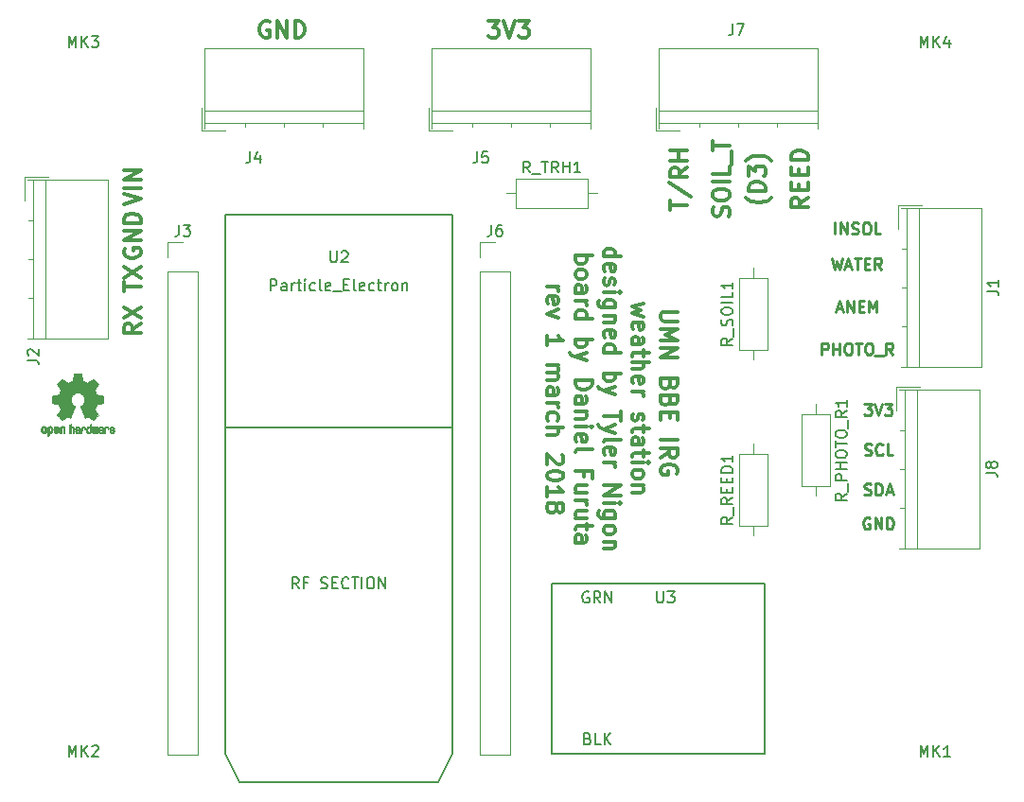
<source format=gbr>
G04 #@! TF.GenerationSoftware,KiCad,Pcbnew,(5.0.0-rc2-dev-179-gab3780148)*
G04 #@! TF.CreationDate,2018-03-14T15:03:31-05:00*
G04 #@! TF.ProjectId,weather_station,776561746865725F73746174696F6E2E,rev?*
G04 #@! TF.SameCoordinates,Original*
G04 #@! TF.FileFunction,Legend,Top*
G04 #@! TF.FilePolarity,Positive*
%FSLAX46Y46*%
G04 Gerber Fmt 4.6, Leading zero omitted, Abs format (unit mm)*
G04 Created by KiCad (PCBNEW (5.0.0-rc2-dev-179-gab3780148)) date 03/14/18 15:03:31*
%MOMM*%
%LPD*%
G01*
G04 APERTURE LIST*
%ADD10C,0.254000*%
%ADD11C,0.300000*%
%ADD12C,0.120000*%
%ADD13C,0.127000*%
%ADD14C,0.150000*%
%ADD15C,0.010000*%
G04 APERTURE END LIST*
D10*
X121145904Y-89408000D02*
X121049142Y-89359619D01*
X120904000Y-89359619D01*
X120758857Y-89408000D01*
X120662095Y-89504761D01*
X120613714Y-89601523D01*
X120565333Y-89795047D01*
X120565333Y-89940190D01*
X120613714Y-90133714D01*
X120662095Y-90230476D01*
X120758857Y-90327238D01*
X120904000Y-90375619D01*
X121000761Y-90375619D01*
X121145904Y-90327238D01*
X121194285Y-90278857D01*
X121194285Y-89940190D01*
X121000761Y-89940190D01*
X121629714Y-90375619D02*
X121629714Y-89359619D01*
X122210285Y-90375619D01*
X122210285Y-89359619D01*
X122694095Y-90375619D02*
X122694095Y-89359619D01*
X122936000Y-89359619D01*
X123081142Y-89408000D01*
X123177904Y-89504761D01*
X123226285Y-89601523D01*
X123274666Y-89795047D01*
X123274666Y-89940190D01*
X123226285Y-90133714D01*
X123177904Y-90230476D01*
X123081142Y-90327238D01*
X122936000Y-90375619D01*
X122694095Y-90375619D01*
X120686285Y-87279238D02*
X120831428Y-87327619D01*
X121073333Y-87327619D01*
X121170095Y-87279238D01*
X121218476Y-87230857D01*
X121266857Y-87134095D01*
X121266857Y-87037333D01*
X121218476Y-86940571D01*
X121170095Y-86892190D01*
X121073333Y-86843809D01*
X120879809Y-86795428D01*
X120783047Y-86747047D01*
X120734666Y-86698666D01*
X120686285Y-86601904D01*
X120686285Y-86505142D01*
X120734666Y-86408380D01*
X120783047Y-86360000D01*
X120879809Y-86311619D01*
X121121714Y-86311619D01*
X121266857Y-86360000D01*
X121702285Y-87327619D02*
X121702285Y-86311619D01*
X121944190Y-86311619D01*
X122089333Y-86360000D01*
X122186095Y-86456761D01*
X122234476Y-86553523D01*
X122282857Y-86747047D01*
X122282857Y-86892190D01*
X122234476Y-87085714D01*
X122186095Y-87182476D01*
X122089333Y-87279238D01*
X121944190Y-87327619D01*
X121702285Y-87327619D01*
X122669904Y-87037333D02*
X123153714Y-87037333D01*
X122573142Y-87327619D02*
X122911809Y-86311619D01*
X123250476Y-87327619D01*
X120710476Y-83723238D02*
X120855619Y-83771619D01*
X121097523Y-83771619D01*
X121194285Y-83723238D01*
X121242666Y-83674857D01*
X121291047Y-83578095D01*
X121291047Y-83481333D01*
X121242666Y-83384571D01*
X121194285Y-83336190D01*
X121097523Y-83287809D01*
X120904000Y-83239428D01*
X120807238Y-83191047D01*
X120758857Y-83142666D01*
X120710476Y-83045904D01*
X120710476Y-82949142D01*
X120758857Y-82852380D01*
X120807238Y-82804000D01*
X120904000Y-82755619D01*
X121145904Y-82755619D01*
X121291047Y-82804000D01*
X122307047Y-83674857D02*
X122258666Y-83723238D01*
X122113523Y-83771619D01*
X122016761Y-83771619D01*
X121871619Y-83723238D01*
X121774857Y-83626476D01*
X121726476Y-83529714D01*
X121678095Y-83336190D01*
X121678095Y-83191047D01*
X121726476Y-82997523D01*
X121774857Y-82900761D01*
X121871619Y-82804000D01*
X122016761Y-82755619D01*
X122113523Y-82755619D01*
X122258666Y-82804000D01*
X122307047Y-82852380D01*
X123226285Y-83771619D02*
X122742476Y-83771619D01*
X122742476Y-82755619D01*
X120662095Y-79199619D02*
X121291047Y-79199619D01*
X120952380Y-79586666D01*
X121097523Y-79586666D01*
X121194285Y-79635047D01*
X121242666Y-79683428D01*
X121291047Y-79780190D01*
X121291047Y-80022095D01*
X121242666Y-80118857D01*
X121194285Y-80167238D01*
X121097523Y-80215619D01*
X120807238Y-80215619D01*
X120710476Y-80167238D01*
X120662095Y-80118857D01*
X121581333Y-79199619D02*
X121920000Y-80215619D01*
X122258666Y-79199619D01*
X122500571Y-79199619D02*
X123129523Y-79199619D01*
X122790857Y-79586666D01*
X122936000Y-79586666D01*
X123032761Y-79635047D01*
X123081142Y-79683428D01*
X123129523Y-79780190D01*
X123129523Y-80022095D01*
X123081142Y-80118857D01*
X123032761Y-80167238D01*
X122936000Y-80215619D01*
X122645714Y-80215619D01*
X122548952Y-80167238D01*
X122500571Y-80118857D01*
X118055571Y-63959619D02*
X118055571Y-62943619D01*
X118539380Y-63959619D02*
X118539380Y-62943619D01*
X119119952Y-63959619D01*
X119119952Y-62943619D01*
X119555380Y-63911238D02*
X119700523Y-63959619D01*
X119942428Y-63959619D01*
X120039190Y-63911238D01*
X120087571Y-63862857D01*
X120135952Y-63766095D01*
X120135952Y-63669333D01*
X120087571Y-63572571D01*
X120039190Y-63524190D01*
X119942428Y-63475809D01*
X119748904Y-63427428D01*
X119652142Y-63379047D01*
X119603761Y-63330666D01*
X119555380Y-63233904D01*
X119555380Y-63137142D01*
X119603761Y-63040380D01*
X119652142Y-62992000D01*
X119748904Y-62943619D01*
X119990809Y-62943619D01*
X120135952Y-62992000D01*
X120764904Y-62943619D02*
X120958428Y-62943619D01*
X121055190Y-62992000D01*
X121151952Y-63088761D01*
X121200333Y-63282285D01*
X121200333Y-63620952D01*
X121151952Y-63814476D01*
X121055190Y-63911238D01*
X120958428Y-63959619D01*
X120764904Y-63959619D01*
X120668142Y-63911238D01*
X120571380Y-63814476D01*
X120523000Y-63620952D01*
X120523000Y-63282285D01*
X120571380Y-63088761D01*
X120668142Y-62992000D01*
X120764904Y-62943619D01*
X122119571Y-63959619D02*
X121635761Y-63959619D01*
X121635761Y-62943619D01*
X117789476Y-66118619D02*
X118031380Y-67134619D01*
X118224904Y-66408904D01*
X118418428Y-67134619D01*
X118660333Y-66118619D01*
X118999000Y-66844333D02*
X119482809Y-66844333D01*
X118902238Y-67134619D02*
X119240904Y-66118619D01*
X119579571Y-67134619D01*
X119773095Y-66118619D02*
X120353666Y-66118619D01*
X120063380Y-67134619D02*
X120063380Y-66118619D01*
X120692333Y-66602428D02*
X121031000Y-66602428D01*
X121176142Y-67134619D02*
X120692333Y-67134619D01*
X120692333Y-66118619D01*
X121176142Y-66118619D01*
X122192142Y-67134619D02*
X121853476Y-66650809D01*
X121611571Y-67134619D02*
X121611571Y-66118619D01*
X121998619Y-66118619D01*
X122095380Y-66167000D01*
X122143761Y-66215380D01*
X122192142Y-66312142D01*
X122192142Y-66457285D01*
X122143761Y-66554047D01*
X122095380Y-66602428D01*
X121998619Y-66650809D01*
X121611571Y-66650809D01*
X118200714Y-70654333D02*
X118684523Y-70654333D01*
X118103952Y-70944619D02*
X118442619Y-69928619D01*
X118781285Y-70944619D01*
X119119952Y-70944619D02*
X119119952Y-69928619D01*
X119700523Y-70944619D01*
X119700523Y-69928619D01*
X120184333Y-70412428D02*
X120523000Y-70412428D01*
X120668142Y-70944619D02*
X120184333Y-70944619D01*
X120184333Y-69928619D01*
X120668142Y-69928619D01*
X121103571Y-70944619D02*
X121103571Y-69928619D01*
X121442238Y-70654333D01*
X121780904Y-69928619D01*
X121780904Y-70944619D01*
X116870238Y-74754619D02*
X116870238Y-73738619D01*
X117257285Y-73738619D01*
X117354047Y-73787000D01*
X117402428Y-73835380D01*
X117450809Y-73932142D01*
X117450809Y-74077285D01*
X117402428Y-74174047D01*
X117354047Y-74222428D01*
X117257285Y-74270809D01*
X116870238Y-74270809D01*
X117886238Y-74754619D02*
X117886238Y-73738619D01*
X117886238Y-74222428D02*
X118466809Y-74222428D01*
X118466809Y-74754619D02*
X118466809Y-73738619D01*
X119144142Y-73738619D02*
X119337666Y-73738619D01*
X119434428Y-73787000D01*
X119531190Y-73883761D01*
X119579571Y-74077285D01*
X119579571Y-74415952D01*
X119531190Y-74609476D01*
X119434428Y-74706238D01*
X119337666Y-74754619D01*
X119144142Y-74754619D01*
X119047380Y-74706238D01*
X118950619Y-74609476D01*
X118902238Y-74415952D01*
X118902238Y-74077285D01*
X118950619Y-73883761D01*
X119047380Y-73787000D01*
X119144142Y-73738619D01*
X119869857Y-73738619D02*
X120450428Y-73738619D01*
X120160142Y-74754619D02*
X120160142Y-73738619D01*
X120982619Y-73738619D02*
X121176142Y-73738619D01*
X121272904Y-73787000D01*
X121369666Y-73883761D01*
X121418047Y-74077285D01*
X121418047Y-74415952D01*
X121369666Y-74609476D01*
X121272904Y-74706238D01*
X121176142Y-74754619D01*
X120982619Y-74754619D01*
X120885857Y-74706238D01*
X120789095Y-74609476D01*
X120740714Y-74415952D01*
X120740714Y-74077285D01*
X120789095Y-73883761D01*
X120885857Y-73787000D01*
X120982619Y-73738619D01*
X121611571Y-74851380D02*
X122385666Y-74851380D01*
X123208142Y-74754619D02*
X122869476Y-74270809D01*
X122627571Y-74754619D02*
X122627571Y-73738619D01*
X123014619Y-73738619D01*
X123111380Y-73787000D01*
X123159761Y-73835380D01*
X123208142Y-73932142D01*
X123208142Y-74077285D01*
X123159761Y-74174047D01*
X123111380Y-74222428D01*
X123014619Y-74270809D01*
X122627571Y-74270809D01*
D11*
X112375000Y-60733571D02*
X112303571Y-60805000D01*
X112089285Y-60947857D01*
X111946428Y-61019285D01*
X111732142Y-61090714D01*
X111375000Y-61162142D01*
X111089285Y-61162142D01*
X110732142Y-61090714D01*
X110517857Y-61019285D01*
X110375000Y-60947857D01*
X110160714Y-60805000D01*
X110089285Y-60733571D01*
X111803571Y-60162142D02*
X110303571Y-60162142D01*
X110303571Y-59805000D01*
X110375000Y-59590714D01*
X110517857Y-59447857D01*
X110660714Y-59376428D01*
X110946428Y-59305000D01*
X111160714Y-59305000D01*
X111446428Y-59376428D01*
X111589285Y-59447857D01*
X111732142Y-59590714D01*
X111803571Y-59805000D01*
X111803571Y-60162142D01*
X110303571Y-58805000D02*
X110303571Y-57876428D01*
X110875000Y-58376428D01*
X110875000Y-58162142D01*
X110946428Y-58019285D01*
X111017857Y-57947857D01*
X111160714Y-57876428D01*
X111517857Y-57876428D01*
X111660714Y-57947857D01*
X111732142Y-58019285D01*
X111803571Y-58162142D01*
X111803571Y-58590714D01*
X111732142Y-58733571D01*
X111660714Y-58805000D01*
X112375000Y-57376428D02*
X112303571Y-57305000D01*
X112089285Y-57162142D01*
X111946428Y-57090714D01*
X111732142Y-57019285D01*
X111375000Y-56947857D01*
X111089285Y-56947857D01*
X110732142Y-57019285D01*
X110517857Y-57090714D01*
X110375000Y-57162142D01*
X110160714Y-57305000D01*
X110089285Y-57376428D01*
X115613571Y-60697857D02*
X114899285Y-61197857D01*
X115613571Y-61555000D02*
X114113571Y-61555000D01*
X114113571Y-60983571D01*
X114185000Y-60840714D01*
X114256428Y-60769285D01*
X114399285Y-60697857D01*
X114613571Y-60697857D01*
X114756428Y-60769285D01*
X114827857Y-60840714D01*
X114899285Y-60983571D01*
X114899285Y-61555000D01*
X114827857Y-60055000D02*
X114827857Y-59555000D01*
X115613571Y-59340714D02*
X115613571Y-60055000D01*
X114113571Y-60055000D01*
X114113571Y-59340714D01*
X114827857Y-58697857D02*
X114827857Y-58197857D01*
X115613571Y-57983571D02*
X115613571Y-58697857D01*
X114113571Y-58697857D01*
X114113571Y-57983571D01*
X115613571Y-57340714D02*
X114113571Y-57340714D01*
X114113571Y-56983571D01*
X114185000Y-56769285D01*
X114327857Y-56626428D01*
X114470714Y-56555000D01*
X114756428Y-56483571D01*
X114970714Y-56483571D01*
X115256428Y-56555000D01*
X115399285Y-56626428D01*
X115542142Y-56769285D01*
X115613571Y-56983571D01*
X115613571Y-57340714D01*
X108557142Y-62376428D02*
X108628571Y-62162142D01*
X108628571Y-61805000D01*
X108557142Y-61662142D01*
X108485714Y-61590714D01*
X108342857Y-61519285D01*
X108200000Y-61519285D01*
X108057142Y-61590714D01*
X107985714Y-61662142D01*
X107914285Y-61805000D01*
X107842857Y-62090714D01*
X107771428Y-62233571D01*
X107700000Y-62305000D01*
X107557142Y-62376428D01*
X107414285Y-62376428D01*
X107271428Y-62305000D01*
X107200000Y-62233571D01*
X107128571Y-62090714D01*
X107128571Y-61733571D01*
X107200000Y-61519285D01*
X107128571Y-60590714D02*
X107128571Y-60305000D01*
X107200000Y-60162142D01*
X107342857Y-60019285D01*
X107628571Y-59947857D01*
X108128571Y-59947857D01*
X108414285Y-60019285D01*
X108557142Y-60162142D01*
X108628571Y-60305000D01*
X108628571Y-60590714D01*
X108557142Y-60733571D01*
X108414285Y-60876428D01*
X108128571Y-60947857D01*
X107628571Y-60947857D01*
X107342857Y-60876428D01*
X107200000Y-60733571D01*
X107128571Y-60590714D01*
X108628571Y-59305000D02*
X107128571Y-59305000D01*
X108628571Y-57876428D02*
X108628571Y-58590714D01*
X107128571Y-58590714D01*
X108771428Y-57733571D02*
X108771428Y-56590714D01*
X107128571Y-56447857D02*
X107128571Y-55590714D01*
X108628571Y-56019285D02*
X107128571Y-56019285D01*
X103318571Y-61805000D02*
X103318571Y-60947857D01*
X104818571Y-61376428D02*
X103318571Y-61376428D01*
X103247142Y-59376428D02*
X105175714Y-60662142D01*
X104818571Y-58019285D02*
X104104285Y-58519285D01*
X104818571Y-58876428D02*
X103318571Y-58876428D01*
X103318571Y-58305000D01*
X103390000Y-58162142D01*
X103461428Y-58090714D01*
X103604285Y-58019285D01*
X103818571Y-58019285D01*
X103961428Y-58090714D01*
X104032857Y-58162142D01*
X104104285Y-58305000D01*
X104104285Y-58876428D01*
X104818571Y-57376428D02*
X103318571Y-57376428D01*
X104032857Y-57376428D02*
X104032857Y-56519285D01*
X104818571Y-56519285D02*
X103318571Y-56519285D01*
X87042857Y-44898571D02*
X87971428Y-44898571D01*
X87471428Y-45470000D01*
X87685714Y-45470000D01*
X87828571Y-45541428D01*
X87900000Y-45612857D01*
X87971428Y-45755714D01*
X87971428Y-46112857D01*
X87900000Y-46255714D01*
X87828571Y-46327142D01*
X87685714Y-46398571D01*
X87257142Y-46398571D01*
X87114285Y-46327142D01*
X87042857Y-46255714D01*
X88400000Y-44898571D02*
X88900000Y-46398571D01*
X89400000Y-44898571D01*
X89757142Y-44898571D02*
X90685714Y-44898571D01*
X90185714Y-45470000D01*
X90400000Y-45470000D01*
X90542857Y-45541428D01*
X90614285Y-45612857D01*
X90685714Y-45755714D01*
X90685714Y-46112857D01*
X90614285Y-46255714D01*
X90542857Y-46327142D01*
X90400000Y-46398571D01*
X89971428Y-46398571D01*
X89828571Y-46327142D01*
X89757142Y-46255714D01*
X67437142Y-44970000D02*
X67294285Y-44898571D01*
X67080000Y-44898571D01*
X66865714Y-44970000D01*
X66722857Y-45112857D01*
X66651428Y-45255714D01*
X66580000Y-45541428D01*
X66580000Y-45755714D01*
X66651428Y-46041428D01*
X66722857Y-46184285D01*
X66865714Y-46327142D01*
X67080000Y-46398571D01*
X67222857Y-46398571D01*
X67437142Y-46327142D01*
X67508571Y-46255714D01*
X67508571Y-45755714D01*
X67222857Y-45755714D01*
X68151428Y-46398571D02*
X68151428Y-44898571D01*
X69008571Y-46398571D01*
X69008571Y-44898571D01*
X69722857Y-46398571D02*
X69722857Y-44898571D01*
X70080000Y-44898571D01*
X70294285Y-44970000D01*
X70437142Y-45112857D01*
X70508571Y-45255714D01*
X70580000Y-45541428D01*
X70580000Y-45755714D01*
X70508571Y-46041428D01*
X70437142Y-46184285D01*
X70294285Y-46327142D01*
X70080000Y-46398571D01*
X69722857Y-46398571D01*
X54423571Y-61332857D02*
X55923571Y-60832857D01*
X54423571Y-60332857D01*
X55923571Y-59832857D02*
X54423571Y-59832857D01*
X55923571Y-59118571D02*
X54423571Y-59118571D01*
X55923571Y-58261428D01*
X54423571Y-58261428D01*
X54495000Y-65277857D02*
X54423571Y-65420714D01*
X54423571Y-65635000D01*
X54495000Y-65849285D01*
X54637857Y-65992142D01*
X54780714Y-66063571D01*
X55066428Y-66135000D01*
X55280714Y-66135000D01*
X55566428Y-66063571D01*
X55709285Y-65992142D01*
X55852142Y-65849285D01*
X55923571Y-65635000D01*
X55923571Y-65492142D01*
X55852142Y-65277857D01*
X55780714Y-65206428D01*
X55280714Y-65206428D01*
X55280714Y-65492142D01*
X55923571Y-64563571D02*
X54423571Y-64563571D01*
X55923571Y-63706428D01*
X54423571Y-63706428D01*
X55923571Y-62992142D02*
X54423571Y-62992142D01*
X54423571Y-62635000D01*
X54495000Y-62420714D01*
X54637857Y-62277857D01*
X54780714Y-62206428D01*
X55066428Y-62135000D01*
X55280714Y-62135000D01*
X55566428Y-62206428D01*
X55709285Y-62277857D01*
X55852142Y-62420714D01*
X55923571Y-62635000D01*
X55923571Y-62992142D01*
X55923571Y-72005000D02*
X55209285Y-72505000D01*
X55923571Y-72862142D02*
X54423571Y-72862142D01*
X54423571Y-72290714D01*
X54495000Y-72147857D01*
X54566428Y-72076428D01*
X54709285Y-72005000D01*
X54923571Y-72005000D01*
X55066428Y-72076428D01*
X55137857Y-72147857D01*
X55209285Y-72290714D01*
X55209285Y-72862142D01*
X54423571Y-71505000D02*
X55923571Y-70505000D01*
X54423571Y-70505000D02*
X55923571Y-71505000D01*
X54423571Y-69087857D02*
X54423571Y-68230714D01*
X55923571Y-68659285D02*
X54423571Y-68659285D01*
X54423571Y-67873571D02*
X55923571Y-66873571D01*
X54423571Y-66873571D02*
X55923571Y-67873571D01*
X103965428Y-70918571D02*
X102751142Y-70918571D01*
X102608285Y-70990000D01*
X102536857Y-71061428D01*
X102465428Y-71204285D01*
X102465428Y-71490000D01*
X102536857Y-71632857D01*
X102608285Y-71704285D01*
X102751142Y-71775714D01*
X103965428Y-71775714D01*
X102465428Y-72490000D02*
X103965428Y-72490000D01*
X102894000Y-72990000D01*
X103965428Y-73490000D01*
X102465428Y-73490000D01*
X102465428Y-74204285D02*
X103965428Y-74204285D01*
X102465428Y-75061428D01*
X103965428Y-75061428D01*
X103251142Y-77418571D02*
X103179714Y-77632857D01*
X103108285Y-77704285D01*
X102965428Y-77775714D01*
X102751142Y-77775714D01*
X102608285Y-77704285D01*
X102536857Y-77632857D01*
X102465428Y-77490000D01*
X102465428Y-76918571D01*
X103965428Y-76918571D01*
X103965428Y-77418571D01*
X103894000Y-77561428D01*
X103822571Y-77632857D01*
X103679714Y-77704285D01*
X103536857Y-77704285D01*
X103394000Y-77632857D01*
X103322571Y-77561428D01*
X103251142Y-77418571D01*
X103251142Y-76918571D01*
X103251142Y-78918571D02*
X103179714Y-79132857D01*
X103108285Y-79204285D01*
X102965428Y-79275714D01*
X102751142Y-79275714D01*
X102608285Y-79204285D01*
X102536857Y-79132857D01*
X102465428Y-78990000D01*
X102465428Y-78418571D01*
X103965428Y-78418571D01*
X103965428Y-78918571D01*
X103894000Y-79061428D01*
X103822571Y-79132857D01*
X103679714Y-79204285D01*
X103536857Y-79204285D01*
X103394000Y-79132857D01*
X103322571Y-79061428D01*
X103251142Y-78918571D01*
X103251142Y-78418571D01*
X103251142Y-79918571D02*
X103251142Y-80418571D01*
X102465428Y-80632857D02*
X102465428Y-79918571D01*
X103965428Y-79918571D01*
X103965428Y-80632857D01*
X102465428Y-82418571D02*
X103965428Y-82418571D01*
X102465428Y-83990000D02*
X103179714Y-83490000D01*
X102465428Y-83132857D02*
X103965428Y-83132857D01*
X103965428Y-83704285D01*
X103894000Y-83847142D01*
X103822571Y-83918571D01*
X103679714Y-83990000D01*
X103465428Y-83990000D01*
X103322571Y-83918571D01*
X103251142Y-83847142D01*
X103179714Y-83704285D01*
X103179714Y-83132857D01*
X103894000Y-85418571D02*
X103965428Y-85275714D01*
X103965428Y-85061428D01*
X103894000Y-84847142D01*
X103751142Y-84704285D01*
X103608285Y-84632857D01*
X103322571Y-84561428D01*
X103108285Y-84561428D01*
X102822571Y-84632857D01*
X102679714Y-84704285D01*
X102536857Y-84847142D01*
X102465428Y-85061428D01*
X102465428Y-85204285D01*
X102536857Y-85418571D01*
X102608285Y-85490000D01*
X103108285Y-85490000D01*
X103108285Y-85204285D01*
X100915428Y-70204285D02*
X99915428Y-70490000D01*
X100629714Y-70775714D01*
X99915428Y-71061428D01*
X100915428Y-71347142D01*
X99986857Y-72490000D02*
X99915428Y-72347142D01*
X99915428Y-72061428D01*
X99986857Y-71918571D01*
X100129714Y-71847142D01*
X100701142Y-71847142D01*
X100844000Y-71918571D01*
X100915428Y-72061428D01*
X100915428Y-72347142D01*
X100844000Y-72490000D01*
X100701142Y-72561428D01*
X100558285Y-72561428D01*
X100415428Y-71847142D01*
X99915428Y-73847142D02*
X100701142Y-73847142D01*
X100844000Y-73775714D01*
X100915428Y-73632857D01*
X100915428Y-73347142D01*
X100844000Y-73204285D01*
X99986857Y-73847142D02*
X99915428Y-73704285D01*
X99915428Y-73347142D01*
X99986857Y-73204285D01*
X100129714Y-73132857D01*
X100272571Y-73132857D01*
X100415428Y-73204285D01*
X100486857Y-73347142D01*
X100486857Y-73704285D01*
X100558285Y-73847142D01*
X100915428Y-74347142D02*
X100915428Y-74918571D01*
X101415428Y-74561428D02*
X100129714Y-74561428D01*
X99986857Y-74632857D01*
X99915428Y-74775714D01*
X99915428Y-74918571D01*
X99915428Y-75418571D02*
X101415428Y-75418571D01*
X99915428Y-76061428D02*
X100701142Y-76061428D01*
X100844000Y-75990000D01*
X100915428Y-75847142D01*
X100915428Y-75632857D01*
X100844000Y-75490000D01*
X100772571Y-75418571D01*
X99986857Y-77347142D02*
X99915428Y-77204285D01*
X99915428Y-76918571D01*
X99986857Y-76775714D01*
X100129714Y-76704285D01*
X100701142Y-76704285D01*
X100844000Y-76775714D01*
X100915428Y-76918571D01*
X100915428Y-77204285D01*
X100844000Y-77347142D01*
X100701142Y-77418571D01*
X100558285Y-77418571D01*
X100415428Y-76704285D01*
X99915428Y-78061428D02*
X100915428Y-78061428D01*
X100629714Y-78061428D02*
X100772571Y-78132857D01*
X100844000Y-78204285D01*
X100915428Y-78347142D01*
X100915428Y-78490000D01*
X99986857Y-80061428D02*
X99915428Y-80204285D01*
X99915428Y-80490000D01*
X99986857Y-80632857D01*
X100129714Y-80704285D01*
X100201142Y-80704285D01*
X100344000Y-80632857D01*
X100415428Y-80490000D01*
X100415428Y-80275714D01*
X100486857Y-80132857D01*
X100629714Y-80061428D01*
X100701142Y-80061428D01*
X100844000Y-80132857D01*
X100915428Y-80275714D01*
X100915428Y-80490000D01*
X100844000Y-80632857D01*
X100915428Y-81132857D02*
X100915428Y-81704285D01*
X101415428Y-81347142D02*
X100129714Y-81347142D01*
X99986857Y-81418571D01*
X99915428Y-81561428D01*
X99915428Y-81704285D01*
X99915428Y-82847142D02*
X100701142Y-82847142D01*
X100844000Y-82775714D01*
X100915428Y-82632857D01*
X100915428Y-82347142D01*
X100844000Y-82204285D01*
X99986857Y-82847142D02*
X99915428Y-82704285D01*
X99915428Y-82347142D01*
X99986857Y-82204285D01*
X100129714Y-82132857D01*
X100272571Y-82132857D01*
X100415428Y-82204285D01*
X100486857Y-82347142D01*
X100486857Y-82704285D01*
X100558285Y-82847142D01*
X100915428Y-83347142D02*
X100915428Y-83918571D01*
X101415428Y-83561428D02*
X100129714Y-83561428D01*
X99986857Y-83632857D01*
X99915428Y-83775714D01*
X99915428Y-83918571D01*
X99915428Y-84418571D02*
X100915428Y-84418571D01*
X101415428Y-84418571D02*
X101344000Y-84347142D01*
X101272571Y-84418571D01*
X101344000Y-84490000D01*
X101415428Y-84418571D01*
X101272571Y-84418571D01*
X99915428Y-85347142D02*
X99986857Y-85204285D01*
X100058285Y-85132857D01*
X100201142Y-85061428D01*
X100629714Y-85061428D01*
X100772571Y-85132857D01*
X100844000Y-85204285D01*
X100915428Y-85347142D01*
X100915428Y-85561428D01*
X100844000Y-85704285D01*
X100772571Y-85775714D01*
X100629714Y-85847142D01*
X100201142Y-85847142D01*
X100058285Y-85775714D01*
X99986857Y-85704285D01*
X99915428Y-85561428D01*
X99915428Y-85347142D01*
X100915428Y-86490000D02*
X99915428Y-86490000D01*
X100772571Y-86490000D02*
X100844000Y-86561428D01*
X100915428Y-86704285D01*
X100915428Y-86918571D01*
X100844000Y-87061428D01*
X100701142Y-87132857D01*
X99915428Y-87132857D01*
X97365428Y-65990000D02*
X98865428Y-65990000D01*
X97436857Y-65990000D02*
X97365428Y-65847142D01*
X97365428Y-65561428D01*
X97436857Y-65418571D01*
X97508285Y-65347142D01*
X97651142Y-65275714D01*
X98079714Y-65275714D01*
X98222571Y-65347142D01*
X98294000Y-65418571D01*
X98365428Y-65561428D01*
X98365428Y-65847142D01*
X98294000Y-65990000D01*
X97436857Y-67275714D02*
X97365428Y-67132857D01*
X97365428Y-66847142D01*
X97436857Y-66704285D01*
X97579714Y-66632857D01*
X98151142Y-66632857D01*
X98294000Y-66704285D01*
X98365428Y-66847142D01*
X98365428Y-67132857D01*
X98294000Y-67275714D01*
X98151142Y-67347142D01*
X98008285Y-67347142D01*
X97865428Y-66632857D01*
X97436857Y-67918571D02*
X97365428Y-68061428D01*
X97365428Y-68347142D01*
X97436857Y-68490000D01*
X97579714Y-68561428D01*
X97651142Y-68561428D01*
X97794000Y-68490000D01*
X97865428Y-68347142D01*
X97865428Y-68132857D01*
X97936857Y-67990000D01*
X98079714Y-67918571D01*
X98151142Y-67918571D01*
X98294000Y-67990000D01*
X98365428Y-68132857D01*
X98365428Y-68347142D01*
X98294000Y-68490000D01*
X97365428Y-69204285D02*
X98365428Y-69204285D01*
X98865428Y-69204285D02*
X98794000Y-69132857D01*
X98722571Y-69204285D01*
X98794000Y-69275714D01*
X98865428Y-69204285D01*
X98722571Y-69204285D01*
X98365428Y-70561428D02*
X97151142Y-70561428D01*
X97008285Y-70490000D01*
X96936857Y-70418571D01*
X96865428Y-70275714D01*
X96865428Y-70061428D01*
X96936857Y-69918571D01*
X97436857Y-70561428D02*
X97365428Y-70418571D01*
X97365428Y-70132857D01*
X97436857Y-69990000D01*
X97508285Y-69918571D01*
X97651142Y-69847142D01*
X98079714Y-69847142D01*
X98222571Y-69918571D01*
X98294000Y-69990000D01*
X98365428Y-70132857D01*
X98365428Y-70418571D01*
X98294000Y-70561428D01*
X98365428Y-71275714D02*
X97365428Y-71275714D01*
X98222571Y-71275714D02*
X98294000Y-71347142D01*
X98365428Y-71490000D01*
X98365428Y-71704285D01*
X98294000Y-71847142D01*
X98151142Y-71918571D01*
X97365428Y-71918571D01*
X97436857Y-73204285D02*
X97365428Y-73061428D01*
X97365428Y-72775714D01*
X97436857Y-72632857D01*
X97579714Y-72561428D01*
X98151142Y-72561428D01*
X98294000Y-72632857D01*
X98365428Y-72775714D01*
X98365428Y-73061428D01*
X98294000Y-73204285D01*
X98151142Y-73275714D01*
X98008285Y-73275714D01*
X97865428Y-72561428D01*
X97365428Y-74561428D02*
X98865428Y-74561428D01*
X97436857Y-74561428D02*
X97365428Y-74418571D01*
X97365428Y-74132857D01*
X97436857Y-73990000D01*
X97508285Y-73918571D01*
X97651142Y-73847142D01*
X98079714Y-73847142D01*
X98222571Y-73918571D01*
X98294000Y-73990000D01*
X98365428Y-74132857D01*
X98365428Y-74418571D01*
X98294000Y-74561428D01*
X97365428Y-76418571D02*
X98865428Y-76418571D01*
X98294000Y-76418571D02*
X98365428Y-76561428D01*
X98365428Y-76847142D01*
X98294000Y-76990000D01*
X98222571Y-77061428D01*
X98079714Y-77132857D01*
X97651142Y-77132857D01*
X97508285Y-77061428D01*
X97436857Y-76990000D01*
X97365428Y-76847142D01*
X97365428Y-76561428D01*
X97436857Y-76418571D01*
X98365428Y-77632857D02*
X97365428Y-77990000D01*
X98365428Y-78347142D02*
X97365428Y-77990000D01*
X97008285Y-77847142D01*
X96936857Y-77775714D01*
X96865428Y-77632857D01*
X98865428Y-79847142D02*
X98865428Y-80704285D01*
X97365428Y-80275714D02*
X98865428Y-80275714D01*
X98365428Y-81061428D02*
X97365428Y-81418571D01*
X98365428Y-81775714D02*
X97365428Y-81418571D01*
X97008285Y-81275714D01*
X96936857Y-81204285D01*
X96865428Y-81061428D01*
X97365428Y-82561428D02*
X97436857Y-82418571D01*
X97579714Y-82347142D01*
X98865428Y-82347142D01*
X97436857Y-83704285D02*
X97365428Y-83561428D01*
X97365428Y-83275714D01*
X97436857Y-83132857D01*
X97579714Y-83061428D01*
X98151142Y-83061428D01*
X98294000Y-83132857D01*
X98365428Y-83275714D01*
X98365428Y-83561428D01*
X98294000Y-83704285D01*
X98151142Y-83775714D01*
X98008285Y-83775714D01*
X97865428Y-83061428D01*
X97365428Y-84418571D02*
X98365428Y-84418571D01*
X98079714Y-84418571D02*
X98222571Y-84490000D01*
X98294000Y-84561428D01*
X98365428Y-84704285D01*
X98365428Y-84847142D01*
X97365428Y-86490000D02*
X98865428Y-86490000D01*
X97365428Y-87347142D01*
X98865428Y-87347142D01*
X97365428Y-88061428D02*
X98365428Y-88061428D01*
X98865428Y-88061428D02*
X98794000Y-87990000D01*
X98722571Y-88061428D01*
X98794000Y-88132857D01*
X98865428Y-88061428D01*
X98722571Y-88061428D01*
X98365428Y-89418571D02*
X97151142Y-89418571D01*
X97008285Y-89347142D01*
X96936857Y-89275714D01*
X96865428Y-89132857D01*
X96865428Y-88918571D01*
X96936857Y-88775714D01*
X97436857Y-89418571D02*
X97365428Y-89275714D01*
X97365428Y-88990000D01*
X97436857Y-88847142D01*
X97508285Y-88775714D01*
X97651142Y-88704285D01*
X98079714Y-88704285D01*
X98222571Y-88775714D01*
X98294000Y-88847142D01*
X98365428Y-88990000D01*
X98365428Y-89275714D01*
X98294000Y-89418571D01*
X97365428Y-90347142D02*
X97436857Y-90204285D01*
X97508285Y-90132857D01*
X97651142Y-90061428D01*
X98079714Y-90061428D01*
X98222571Y-90132857D01*
X98294000Y-90204285D01*
X98365428Y-90347142D01*
X98365428Y-90561428D01*
X98294000Y-90704285D01*
X98222571Y-90775714D01*
X98079714Y-90847142D01*
X97651142Y-90847142D01*
X97508285Y-90775714D01*
X97436857Y-90704285D01*
X97365428Y-90561428D01*
X97365428Y-90347142D01*
X98365428Y-91490000D02*
X97365428Y-91490000D01*
X98222571Y-91490000D02*
X98294000Y-91561428D01*
X98365428Y-91704285D01*
X98365428Y-91918571D01*
X98294000Y-92061428D01*
X98151142Y-92132857D01*
X97365428Y-92132857D01*
X94815428Y-65882857D02*
X96315428Y-65882857D01*
X95744000Y-65882857D02*
X95815428Y-66025714D01*
X95815428Y-66311428D01*
X95744000Y-66454285D01*
X95672571Y-66525714D01*
X95529714Y-66597142D01*
X95101142Y-66597142D01*
X94958285Y-66525714D01*
X94886857Y-66454285D01*
X94815428Y-66311428D01*
X94815428Y-66025714D01*
X94886857Y-65882857D01*
X94815428Y-67454285D02*
X94886857Y-67311428D01*
X94958285Y-67240000D01*
X95101142Y-67168571D01*
X95529714Y-67168571D01*
X95672571Y-67240000D01*
X95744000Y-67311428D01*
X95815428Y-67454285D01*
X95815428Y-67668571D01*
X95744000Y-67811428D01*
X95672571Y-67882857D01*
X95529714Y-67954285D01*
X95101142Y-67954285D01*
X94958285Y-67882857D01*
X94886857Y-67811428D01*
X94815428Y-67668571D01*
X94815428Y-67454285D01*
X94815428Y-69240000D02*
X95601142Y-69240000D01*
X95744000Y-69168571D01*
X95815428Y-69025714D01*
X95815428Y-68740000D01*
X95744000Y-68597142D01*
X94886857Y-69240000D02*
X94815428Y-69097142D01*
X94815428Y-68740000D01*
X94886857Y-68597142D01*
X95029714Y-68525714D01*
X95172571Y-68525714D01*
X95315428Y-68597142D01*
X95386857Y-68740000D01*
X95386857Y-69097142D01*
X95458285Y-69240000D01*
X94815428Y-69954285D02*
X95815428Y-69954285D01*
X95529714Y-69954285D02*
X95672571Y-70025714D01*
X95744000Y-70097142D01*
X95815428Y-70240000D01*
X95815428Y-70382857D01*
X94815428Y-71525714D02*
X96315428Y-71525714D01*
X94886857Y-71525714D02*
X94815428Y-71382857D01*
X94815428Y-71097142D01*
X94886857Y-70954285D01*
X94958285Y-70882857D01*
X95101142Y-70811428D01*
X95529714Y-70811428D01*
X95672571Y-70882857D01*
X95744000Y-70954285D01*
X95815428Y-71097142D01*
X95815428Y-71382857D01*
X95744000Y-71525714D01*
X94815428Y-73382857D02*
X96315428Y-73382857D01*
X95744000Y-73382857D02*
X95815428Y-73525714D01*
X95815428Y-73811428D01*
X95744000Y-73954285D01*
X95672571Y-74025714D01*
X95529714Y-74097142D01*
X95101142Y-74097142D01*
X94958285Y-74025714D01*
X94886857Y-73954285D01*
X94815428Y-73811428D01*
X94815428Y-73525714D01*
X94886857Y-73382857D01*
X95815428Y-74597142D02*
X94815428Y-74954285D01*
X95815428Y-75311428D02*
X94815428Y-74954285D01*
X94458285Y-74811428D01*
X94386857Y-74740000D01*
X94315428Y-74597142D01*
X94815428Y-77025714D02*
X96315428Y-77025714D01*
X96315428Y-77382857D01*
X96244000Y-77597142D01*
X96101142Y-77740000D01*
X95958285Y-77811428D01*
X95672571Y-77882857D01*
X95458285Y-77882857D01*
X95172571Y-77811428D01*
X95029714Y-77740000D01*
X94886857Y-77597142D01*
X94815428Y-77382857D01*
X94815428Y-77025714D01*
X94815428Y-79168571D02*
X95601142Y-79168571D01*
X95744000Y-79097142D01*
X95815428Y-78954285D01*
X95815428Y-78668571D01*
X95744000Y-78525714D01*
X94886857Y-79168571D02*
X94815428Y-79025714D01*
X94815428Y-78668571D01*
X94886857Y-78525714D01*
X95029714Y-78454285D01*
X95172571Y-78454285D01*
X95315428Y-78525714D01*
X95386857Y-78668571D01*
X95386857Y-79025714D01*
X95458285Y-79168571D01*
X95815428Y-79882857D02*
X94815428Y-79882857D01*
X95672571Y-79882857D02*
X95744000Y-79954285D01*
X95815428Y-80097142D01*
X95815428Y-80311428D01*
X95744000Y-80454285D01*
X95601142Y-80525714D01*
X94815428Y-80525714D01*
X94815428Y-81240000D02*
X95815428Y-81240000D01*
X96315428Y-81240000D02*
X96244000Y-81168571D01*
X96172571Y-81240000D01*
X96244000Y-81311428D01*
X96315428Y-81240000D01*
X96172571Y-81240000D01*
X94886857Y-82525714D02*
X94815428Y-82382857D01*
X94815428Y-82097142D01*
X94886857Y-81954285D01*
X95029714Y-81882857D01*
X95601142Y-81882857D01*
X95744000Y-81954285D01*
X95815428Y-82097142D01*
X95815428Y-82382857D01*
X95744000Y-82525714D01*
X95601142Y-82597142D01*
X95458285Y-82597142D01*
X95315428Y-81882857D01*
X94815428Y-83454285D02*
X94886857Y-83311428D01*
X95029714Y-83240000D01*
X96315428Y-83240000D01*
X95601142Y-85668571D02*
X95601142Y-85168571D01*
X94815428Y-85168571D02*
X96315428Y-85168571D01*
X96315428Y-85882857D01*
X95815428Y-87097142D02*
X94815428Y-87097142D01*
X95815428Y-86454285D02*
X95029714Y-86454285D01*
X94886857Y-86525714D01*
X94815428Y-86668571D01*
X94815428Y-86882857D01*
X94886857Y-87025714D01*
X94958285Y-87097142D01*
X94815428Y-87811428D02*
X95815428Y-87811428D01*
X95529714Y-87811428D02*
X95672571Y-87882857D01*
X95744000Y-87954285D01*
X95815428Y-88097142D01*
X95815428Y-88240000D01*
X95815428Y-89382857D02*
X94815428Y-89382857D01*
X95815428Y-88740000D02*
X95029714Y-88740000D01*
X94886857Y-88811428D01*
X94815428Y-88954285D01*
X94815428Y-89168571D01*
X94886857Y-89311428D01*
X94958285Y-89382857D01*
X95815428Y-89882857D02*
X95815428Y-90454285D01*
X96315428Y-90097142D02*
X95029714Y-90097142D01*
X94886857Y-90168571D01*
X94815428Y-90311428D01*
X94815428Y-90454285D01*
X94815428Y-91597142D02*
X95601142Y-91597142D01*
X95744000Y-91525714D01*
X95815428Y-91382857D01*
X95815428Y-91097142D01*
X95744000Y-90954285D01*
X94886857Y-91597142D02*
X94815428Y-91454285D01*
X94815428Y-91097142D01*
X94886857Y-90954285D01*
X95029714Y-90882857D01*
X95172571Y-90882857D01*
X95315428Y-90954285D01*
X95386857Y-91097142D01*
X95386857Y-91454285D01*
X95458285Y-91597142D01*
X92265428Y-68668571D02*
X93265428Y-68668571D01*
X92979714Y-68668571D02*
X93122571Y-68740000D01*
X93194000Y-68811428D01*
X93265428Y-68954285D01*
X93265428Y-69097142D01*
X92336857Y-70168571D02*
X92265428Y-70025714D01*
X92265428Y-69740000D01*
X92336857Y-69597142D01*
X92479714Y-69525714D01*
X93051142Y-69525714D01*
X93194000Y-69597142D01*
X93265428Y-69740000D01*
X93265428Y-70025714D01*
X93194000Y-70168571D01*
X93051142Y-70240000D01*
X92908285Y-70240000D01*
X92765428Y-69525714D01*
X93265428Y-70740000D02*
X92265428Y-71097142D01*
X93265428Y-71454285D01*
X92265428Y-73954285D02*
X92265428Y-73097142D01*
X92265428Y-73525714D02*
X93765428Y-73525714D01*
X93551142Y-73382857D01*
X93408285Y-73240000D01*
X93336857Y-73097142D01*
X92265428Y-75740000D02*
X93265428Y-75740000D01*
X93122571Y-75740000D02*
X93194000Y-75811428D01*
X93265428Y-75954285D01*
X93265428Y-76168571D01*
X93194000Y-76311428D01*
X93051142Y-76382857D01*
X92265428Y-76382857D01*
X93051142Y-76382857D02*
X93194000Y-76454285D01*
X93265428Y-76597142D01*
X93265428Y-76811428D01*
X93194000Y-76954285D01*
X93051142Y-77025714D01*
X92265428Y-77025714D01*
X92265428Y-78382857D02*
X93051142Y-78382857D01*
X93194000Y-78311428D01*
X93265428Y-78168571D01*
X93265428Y-77882857D01*
X93194000Y-77740000D01*
X92336857Y-78382857D02*
X92265428Y-78240000D01*
X92265428Y-77882857D01*
X92336857Y-77740000D01*
X92479714Y-77668571D01*
X92622571Y-77668571D01*
X92765428Y-77740000D01*
X92836857Y-77882857D01*
X92836857Y-78240000D01*
X92908285Y-78382857D01*
X92265428Y-79097142D02*
X93265428Y-79097142D01*
X92979714Y-79097142D02*
X93122571Y-79168571D01*
X93194000Y-79240000D01*
X93265428Y-79382857D01*
X93265428Y-79525714D01*
X92336857Y-80668571D02*
X92265428Y-80525714D01*
X92265428Y-80240000D01*
X92336857Y-80097142D01*
X92408285Y-80025714D01*
X92551142Y-79954285D01*
X92979714Y-79954285D01*
X93122571Y-80025714D01*
X93194000Y-80097142D01*
X93265428Y-80240000D01*
X93265428Y-80525714D01*
X93194000Y-80668571D01*
X92265428Y-81311428D02*
X93765428Y-81311428D01*
X92265428Y-81954285D02*
X93051142Y-81954285D01*
X93194000Y-81882857D01*
X93265428Y-81740000D01*
X93265428Y-81525714D01*
X93194000Y-81382857D01*
X93122571Y-81311428D01*
X93622571Y-83740000D02*
X93694000Y-83811428D01*
X93765428Y-83954285D01*
X93765428Y-84311428D01*
X93694000Y-84454285D01*
X93622571Y-84525714D01*
X93479714Y-84597142D01*
X93336857Y-84597142D01*
X93122571Y-84525714D01*
X92265428Y-83668571D01*
X92265428Y-84597142D01*
X93765428Y-85525714D02*
X93765428Y-85668571D01*
X93694000Y-85811428D01*
X93622571Y-85882857D01*
X93479714Y-85954285D01*
X93194000Y-86025714D01*
X92836857Y-86025714D01*
X92551142Y-85954285D01*
X92408285Y-85882857D01*
X92336857Y-85811428D01*
X92265428Y-85668571D01*
X92265428Y-85525714D01*
X92336857Y-85382857D01*
X92408285Y-85311428D01*
X92551142Y-85240000D01*
X92836857Y-85168571D01*
X93194000Y-85168571D01*
X93479714Y-85240000D01*
X93622571Y-85311428D01*
X93694000Y-85382857D01*
X93765428Y-85525714D01*
X92265428Y-87454285D02*
X92265428Y-86597142D01*
X92265428Y-87025714D02*
X93765428Y-87025714D01*
X93551142Y-86882857D01*
X93408285Y-86740000D01*
X93336857Y-86597142D01*
X93122571Y-88311428D02*
X93194000Y-88168571D01*
X93265428Y-88097142D01*
X93408285Y-88025714D01*
X93479714Y-88025714D01*
X93622571Y-88097142D01*
X93694000Y-88168571D01*
X93765428Y-88311428D01*
X93765428Y-88597142D01*
X93694000Y-88740000D01*
X93622571Y-88811428D01*
X93479714Y-88882857D01*
X93408285Y-88882857D01*
X93265428Y-88811428D01*
X93194000Y-88740000D01*
X93122571Y-88597142D01*
X93122571Y-88311428D01*
X93051142Y-88168571D01*
X92979714Y-88097142D01*
X92836857Y-88025714D01*
X92551142Y-88025714D01*
X92408285Y-88097142D01*
X92336857Y-88168571D01*
X92265428Y-88311428D01*
X92265428Y-88597142D01*
X92336857Y-88740000D01*
X92408285Y-88811428D01*
X92551142Y-88882857D01*
X92836857Y-88882857D01*
X92979714Y-88811428D01*
X93051142Y-88740000D01*
X93122571Y-88597142D01*
D12*
X86300000Y-110550000D02*
X88960000Y-110550000D01*
X86300000Y-67310000D02*
X86300000Y-110550000D01*
X88960000Y-67310000D02*
X88960000Y-110550000D01*
X86300000Y-67310000D02*
X88960000Y-67310000D01*
X86300000Y-66040000D02*
X86300000Y-64710000D01*
X86300000Y-64710000D02*
X87630000Y-64710000D01*
X125535000Y-61650000D02*
X125535000Y-75850000D01*
X124435000Y-61650000D02*
X124435000Y-75850000D01*
X123935000Y-61650000D02*
X131135000Y-61650000D01*
X131135000Y-61650000D02*
X131135000Y-75850000D01*
X131135000Y-75850000D02*
X123935000Y-75850000D01*
X124435000Y-65250000D02*
X124035000Y-65250000D01*
X124435000Y-68750000D02*
X124035000Y-68750000D01*
X124435000Y-72250000D02*
X124035000Y-72250000D01*
X125785000Y-61410000D02*
X123695000Y-61410000D01*
X123695000Y-61410000D02*
X123695000Y-63500000D01*
X47430000Y-59110000D02*
X47430000Y-73310000D01*
X46330000Y-59110000D02*
X46330000Y-73310000D01*
X45830000Y-59110000D02*
X53030000Y-59110000D01*
X53030000Y-59110000D02*
X53030000Y-73310000D01*
X53030000Y-73310000D02*
X45830000Y-73310000D01*
X46330000Y-62710000D02*
X45930000Y-62710000D01*
X46330000Y-66210000D02*
X45930000Y-66210000D01*
X46330000Y-69710000D02*
X45930000Y-69710000D01*
X47680000Y-58870000D02*
X45590000Y-58870000D01*
X45590000Y-58870000D02*
X45590000Y-60960000D01*
X58360000Y-110550000D02*
X61020000Y-110550000D01*
X58360000Y-67310000D02*
X58360000Y-110550000D01*
X61020000Y-67310000D02*
X61020000Y-110550000D01*
X58360000Y-67310000D02*
X61020000Y-67310000D01*
X58360000Y-66040000D02*
X58360000Y-64710000D01*
X58360000Y-64710000D02*
X59690000Y-64710000D01*
X61650000Y-52900000D02*
X75850000Y-52900000D01*
X61650000Y-54000000D02*
X75850000Y-54000000D01*
X61650000Y-54500000D02*
X61650000Y-47300000D01*
X61650000Y-47300000D02*
X75850000Y-47300000D01*
X75850000Y-47300000D02*
X75850000Y-54500000D01*
X65250000Y-54000000D02*
X65250000Y-54400000D01*
X68750000Y-54000000D02*
X68750000Y-54400000D01*
X72250000Y-54000000D02*
X72250000Y-54400000D01*
X61410000Y-52650000D02*
X61410000Y-54740000D01*
X61410000Y-54740000D02*
X63500000Y-54740000D01*
X81970000Y-52900000D02*
X96170000Y-52900000D01*
X81970000Y-54000000D02*
X96170000Y-54000000D01*
X81970000Y-54500000D02*
X81970000Y-47300000D01*
X81970000Y-47300000D02*
X96170000Y-47300000D01*
X96170000Y-47300000D02*
X96170000Y-54500000D01*
X85570000Y-54000000D02*
X85570000Y-54400000D01*
X89070000Y-54000000D02*
X89070000Y-54400000D01*
X92570000Y-54000000D02*
X92570000Y-54400000D01*
X81730000Y-52650000D02*
X81730000Y-54740000D01*
X81730000Y-54740000D02*
X83820000Y-54740000D01*
X102290000Y-52900000D02*
X116490000Y-52900000D01*
X102290000Y-54000000D02*
X116490000Y-54000000D01*
X102290000Y-54500000D02*
X102290000Y-47300000D01*
X102290000Y-47300000D02*
X116490000Y-47300000D01*
X116490000Y-47300000D02*
X116490000Y-54500000D01*
X105890000Y-54000000D02*
X105890000Y-54400000D01*
X109390000Y-54000000D02*
X109390000Y-54400000D01*
X112890000Y-54000000D02*
X112890000Y-54400000D01*
X102050000Y-52650000D02*
X102050000Y-54740000D01*
X102050000Y-54740000D02*
X104140000Y-54740000D01*
X117642000Y-80102000D02*
X115022000Y-80102000D01*
X115022000Y-80102000D02*
X115022000Y-86522000D01*
X115022000Y-86522000D02*
X117642000Y-86522000D01*
X117642000Y-86522000D02*
X117642000Y-80102000D01*
X116332000Y-79212000D02*
X116332000Y-80102000D01*
X116332000Y-87412000D02*
X116332000Y-86522000D01*
X109434000Y-90078000D02*
X112054000Y-90078000D01*
X112054000Y-90078000D02*
X112054000Y-83658000D01*
X112054000Y-83658000D02*
X109434000Y-83658000D01*
X109434000Y-83658000D02*
X109434000Y-90078000D01*
X110744000Y-90968000D02*
X110744000Y-90078000D01*
X110744000Y-82768000D02*
X110744000Y-83658000D01*
X109434000Y-74330000D02*
X112054000Y-74330000D01*
X112054000Y-74330000D02*
X112054000Y-67910000D01*
X112054000Y-67910000D02*
X109434000Y-67910000D01*
X109434000Y-67910000D02*
X109434000Y-74330000D01*
X110744000Y-75220000D02*
X110744000Y-74330000D01*
X110744000Y-67020000D02*
X110744000Y-67910000D01*
X89500000Y-59015000D02*
X89500000Y-61635000D01*
X89500000Y-61635000D02*
X95920000Y-61635000D01*
X95920000Y-61635000D02*
X95920000Y-59015000D01*
X95920000Y-59015000D02*
X89500000Y-59015000D01*
X88610000Y-60325000D02*
X89500000Y-60325000D01*
X96810000Y-60325000D02*
X95920000Y-60325000D01*
D13*
X111760000Y-95250000D02*
X111760000Y-110490000D01*
X111760000Y-110490000D02*
X92710000Y-110490000D01*
X92710000Y-110490000D02*
X92710000Y-95250000D01*
X92710000Y-95250000D02*
X111760000Y-95250000D01*
X83820000Y-81280000D02*
X63500000Y-81280000D01*
D14*
X83820000Y-110490000D02*
X82550000Y-113030000D01*
X63500000Y-110490000D02*
X64770000Y-113030000D01*
X64770000Y-113030000D02*
X82550000Y-113030000D01*
X83820000Y-62230000D02*
X83820000Y-110490000D01*
X63500000Y-62230000D02*
X63500000Y-110490000D01*
X63500000Y-62230000D02*
X83820000Y-62230000D01*
D12*
X125408000Y-77906000D02*
X125408000Y-92106000D01*
X124308000Y-77906000D02*
X124308000Y-92106000D01*
X123808000Y-77906000D02*
X131008000Y-77906000D01*
X131008000Y-77906000D02*
X131008000Y-92106000D01*
X131008000Y-92106000D02*
X123808000Y-92106000D01*
X124308000Y-81506000D02*
X123908000Y-81506000D01*
X124308000Y-85006000D02*
X123908000Y-85006000D01*
X124308000Y-88506000D02*
X123908000Y-88506000D01*
X125658000Y-77666000D02*
X123568000Y-77666000D01*
X123568000Y-77666000D02*
X123568000Y-79756000D01*
D15*
G36*
X47891744Y-81167918D02*
X47947201Y-81195568D01*
X47996148Y-81246480D01*
X48009629Y-81265338D01*
X48024314Y-81290015D01*
X48033842Y-81316816D01*
X48039293Y-81352587D01*
X48041747Y-81404169D01*
X48042286Y-81472267D01*
X48039852Y-81565588D01*
X48031394Y-81635657D01*
X48015174Y-81687931D01*
X47989454Y-81727869D01*
X47952497Y-81760929D01*
X47949782Y-81762886D01*
X47913360Y-81782908D01*
X47869502Y-81792815D01*
X47813724Y-81795257D01*
X47723048Y-81795257D01*
X47723010Y-81883283D01*
X47722166Y-81932308D01*
X47717024Y-81961065D01*
X47703587Y-81978311D01*
X47677858Y-81992808D01*
X47671679Y-81995769D01*
X47642764Y-82009648D01*
X47620376Y-82018414D01*
X47603729Y-82019171D01*
X47592036Y-82009023D01*
X47584510Y-81985073D01*
X47580366Y-81944426D01*
X47578815Y-81884186D01*
X47579071Y-81801455D01*
X47580349Y-81693339D01*
X47580748Y-81661000D01*
X47582185Y-81549524D01*
X47583472Y-81476603D01*
X47722971Y-81476603D01*
X47723755Y-81538499D01*
X47727240Y-81578997D01*
X47735124Y-81605708D01*
X47749105Y-81626244D01*
X47758597Y-81636260D01*
X47797404Y-81665567D01*
X47831763Y-81667952D01*
X47867216Y-81643750D01*
X47868114Y-81642857D01*
X47882539Y-81624153D01*
X47891313Y-81598732D01*
X47895739Y-81559584D01*
X47897118Y-81499697D01*
X47897143Y-81486430D01*
X47893812Y-81403901D01*
X47882969Y-81346691D01*
X47863340Y-81311766D01*
X47833650Y-81296094D01*
X47816491Y-81294514D01*
X47775766Y-81301926D01*
X47747832Y-81326330D01*
X47731017Y-81370980D01*
X47723650Y-81439130D01*
X47722971Y-81476603D01*
X47583472Y-81476603D01*
X47583708Y-81463245D01*
X47585677Y-81398333D01*
X47588450Y-81350958D01*
X47592388Y-81317290D01*
X47597849Y-81293498D01*
X47605192Y-81275753D01*
X47614777Y-81260224D01*
X47618887Y-81254381D01*
X47673405Y-81199185D01*
X47742336Y-81167890D01*
X47822072Y-81159165D01*
X47891744Y-81167918D01*
X47891744Y-81167918D01*
G37*
X47891744Y-81167918D02*
X47947201Y-81195568D01*
X47996148Y-81246480D01*
X48009629Y-81265338D01*
X48024314Y-81290015D01*
X48033842Y-81316816D01*
X48039293Y-81352587D01*
X48041747Y-81404169D01*
X48042286Y-81472267D01*
X48039852Y-81565588D01*
X48031394Y-81635657D01*
X48015174Y-81687931D01*
X47989454Y-81727869D01*
X47952497Y-81760929D01*
X47949782Y-81762886D01*
X47913360Y-81782908D01*
X47869502Y-81792815D01*
X47813724Y-81795257D01*
X47723048Y-81795257D01*
X47723010Y-81883283D01*
X47722166Y-81932308D01*
X47717024Y-81961065D01*
X47703587Y-81978311D01*
X47677858Y-81992808D01*
X47671679Y-81995769D01*
X47642764Y-82009648D01*
X47620376Y-82018414D01*
X47603729Y-82019171D01*
X47592036Y-82009023D01*
X47584510Y-81985073D01*
X47580366Y-81944426D01*
X47578815Y-81884186D01*
X47579071Y-81801455D01*
X47580349Y-81693339D01*
X47580748Y-81661000D01*
X47582185Y-81549524D01*
X47583472Y-81476603D01*
X47722971Y-81476603D01*
X47723755Y-81538499D01*
X47727240Y-81578997D01*
X47735124Y-81605708D01*
X47749105Y-81626244D01*
X47758597Y-81636260D01*
X47797404Y-81665567D01*
X47831763Y-81667952D01*
X47867216Y-81643750D01*
X47868114Y-81642857D01*
X47882539Y-81624153D01*
X47891313Y-81598732D01*
X47895739Y-81559584D01*
X47897118Y-81499697D01*
X47897143Y-81486430D01*
X47893812Y-81403901D01*
X47882969Y-81346691D01*
X47863340Y-81311766D01*
X47833650Y-81296094D01*
X47816491Y-81294514D01*
X47775766Y-81301926D01*
X47747832Y-81326330D01*
X47731017Y-81370980D01*
X47723650Y-81439130D01*
X47722971Y-81476603D01*
X47583472Y-81476603D01*
X47583708Y-81463245D01*
X47585677Y-81398333D01*
X47588450Y-81350958D01*
X47592388Y-81317290D01*
X47597849Y-81293498D01*
X47605192Y-81275753D01*
X47614777Y-81260224D01*
X47618887Y-81254381D01*
X47673405Y-81199185D01*
X47742336Y-81167890D01*
X47822072Y-81159165D01*
X47891744Y-81167918D01*
G36*
X49008093Y-81175780D02*
X49054672Y-81202723D01*
X49087057Y-81229466D01*
X49110742Y-81257484D01*
X49127059Y-81291748D01*
X49137339Y-81337227D01*
X49142914Y-81398892D01*
X49145116Y-81481711D01*
X49145371Y-81541246D01*
X49145371Y-81760391D01*
X49083686Y-81788044D01*
X49022000Y-81815697D01*
X49014743Y-81575670D01*
X49011744Y-81486028D01*
X49008598Y-81420962D01*
X49004701Y-81376026D01*
X48999447Y-81346770D01*
X48992231Y-81328748D01*
X48982450Y-81317511D01*
X48979312Y-81315079D01*
X48931761Y-81296083D01*
X48883697Y-81303600D01*
X48855086Y-81323543D01*
X48843447Y-81337675D01*
X48835391Y-81356220D01*
X48830271Y-81384334D01*
X48827441Y-81427173D01*
X48826256Y-81489895D01*
X48826057Y-81555261D01*
X48826018Y-81637268D01*
X48824614Y-81695316D01*
X48819914Y-81734465D01*
X48809987Y-81759780D01*
X48792903Y-81776323D01*
X48766732Y-81789156D01*
X48731775Y-81802491D01*
X48693596Y-81817007D01*
X48698141Y-81559389D01*
X48699971Y-81466519D01*
X48702112Y-81397889D01*
X48705181Y-81348711D01*
X48709794Y-81314198D01*
X48716568Y-81289562D01*
X48726119Y-81270016D01*
X48737634Y-81252770D01*
X48793190Y-81197680D01*
X48860980Y-81165822D01*
X48934713Y-81158191D01*
X49008093Y-81175780D01*
X49008093Y-81175780D01*
G37*
X49008093Y-81175780D02*
X49054672Y-81202723D01*
X49087057Y-81229466D01*
X49110742Y-81257484D01*
X49127059Y-81291748D01*
X49137339Y-81337227D01*
X49142914Y-81398892D01*
X49145116Y-81481711D01*
X49145371Y-81541246D01*
X49145371Y-81760391D01*
X49083686Y-81788044D01*
X49022000Y-81815697D01*
X49014743Y-81575670D01*
X49011744Y-81486028D01*
X49008598Y-81420962D01*
X49004701Y-81376026D01*
X48999447Y-81346770D01*
X48992231Y-81328748D01*
X48982450Y-81317511D01*
X48979312Y-81315079D01*
X48931761Y-81296083D01*
X48883697Y-81303600D01*
X48855086Y-81323543D01*
X48843447Y-81337675D01*
X48835391Y-81356220D01*
X48830271Y-81384334D01*
X48827441Y-81427173D01*
X48826256Y-81489895D01*
X48826057Y-81555261D01*
X48826018Y-81637268D01*
X48824614Y-81695316D01*
X48819914Y-81734465D01*
X48809987Y-81759780D01*
X48792903Y-81776323D01*
X48766732Y-81789156D01*
X48731775Y-81802491D01*
X48693596Y-81817007D01*
X48698141Y-81559389D01*
X48699971Y-81466519D01*
X48702112Y-81397889D01*
X48705181Y-81348711D01*
X48709794Y-81314198D01*
X48716568Y-81289562D01*
X48726119Y-81270016D01*
X48737634Y-81252770D01*
X48793190Y-81197680D01*
X48860980Y-81165822D01*
X48934713Y-81158191D01*
X49008093Y-81175780D01*
G36*
X47333115Y-81169962D02*
X47401145Y-81205733D01*
X47451351Y-81263301D01*
X47469185Y-81300312D01*
X47483063Y-81355882D01*
X47490167Y-81426096D01*
X47490840Y-81502727D01*
X47485427Y-81577552D01*
X47474270Y-81642342D01*
X47457714Y-81688873D01*
X47452626Y-81696887D01*
X47392355Y-81756707D01*
X47320769Y-81792535D01*
X47243092Y-81803020D01*
X47164548Y-81786810D01*
X47142689Y-81777092D01*
X47100122Y-81747143D01*
X47062763Y-81707433D01*
X47059232Y-81702397D01*
X47044881Y-81678124D01*
X47035394Y-81652178D01*
X47029790Y-81618022D01*
X47027086Y-81569119D01*
X47026299Y-81498935D01*
X47026286Y-81483200D01*
X47026322Y-81478192D01*
X47171429Y-81478192D01*
X47172273Y-81544430D01*
X47175596Y-81588386D01*
X47182583Y-81616779D01*
X47194416Y-81636325D01*
X47200457Y-81642857D01*
X47235186Y-81667680D01*
X47268903Y-81666548D01*
X47302995Y-81645016D01*
X47323329Y-81622029D01*
X47335371Y-81588478D01*
X47342134Y-81535569D01*
X47342598Y-81529399D01*
X47343752Y-81433513D01*
X47331688Y-81362299D01*
X47306570Y-81316194D01*
X47268560Y-81295635D01*
X47254992Y-81294514D01*
X47219364Y-81300152D01*
X47194994Y-81319686D01*
X47180093Y-81357042D01*
X47172875Y-81416150D01*
X47171429Y-81478192D01*
X47026322Y-81478192D01*
X47026826Y-81408413D01*
X47029096Y-81356159D01*
X47034068Y-81319949D01*
X47042713Y-81293299D01*
X47056005Y-81269722D01*
X47058943Y-81265338D01*
X47108313Y-81206249D01*
X47162109Y-81171947D01*
X47227602Y-81158331D01*
X47249842Y-81157665D01*
X47333115Y-81169962D01*
X47333115Y-81169962D01*
G37*
X47333115Y-81169962D02*
X47401145Y-81205733D01*
X47451351Y-81263301D01*
X47469185Y-81300312D01*
X47483063Y-81355882D01*
X47490167Y-81426096D01*
X47490840Y-81502727D01*
X47485427Y-81577552D01*
X47474270Y-81642342D01*
X47457714Y-81688873D01*
X47452626Y-81696887D01*
X47392355Y-81756707D01*
X47320769Y-81792535D01*
X47243092Y-81803020D01*
X47164548Y-81786810D01*
X47142689Y-81777092D01*
X47100122Y-81747143D01*
X47062763Y-81707433D01*
X47059232Y-81702397D01*
X47044881Y-81678124D01*
X47035394Y-81652178D01*
X47029790Y-81618022D01*
X47027086Y-81569119D01*
X47026299Y-81498935D01*
X47026286Y-81483200D01*
X47026322Y-81478192D01*
X47171429Y-81478192D01*
X47172273Y-81544430D01*
X47175596Y-81588386D01*
X47182583Y-81616779D01*
X47194416Y-81636325D01*
X47200457Y-81642857D01*
X47235186Y-81667680D01*
X47268903Y-81666548D01*
X47302995Y-81645016D01*
X47323329Y-81622029D01*
X47335371Y-81588478D01*
X47342134Y-81535569D01*
X47342598Y-81529399D01*
X47343752Y-81433513D01*
X47331688Y-81362299D01*
X47306570Y-81316194D01*
X47268560Y-81295635D01*
X47254992Y-81294514D01*
X47219364Y-81300152D01*
X47194994Y-81319686D01*
X47180093Y-81357042D01*
X47172875Y-81416150D01*
X47171429Y-81478192D01*
X47026322Y-81478192D01*
X47026826Y-81408413D01*
X47029096Y-81356159D01*
X47034068Y-81319949D01*
X47042713Y-81293299D01*
X47056005Y-81269722D01*
X47058943Y-81265338D01*
X47108313Y-81206249D01*
X47162109Y-81171947D01*
X47227602Y-81158331D01*
X47249842Y-81157665D01*
X47333115Y-81169962D01*
G36*
X48460303Y-81179239D02*
X48517527Y-81217735D01*
X48561749Y-81273335D01*
X48588167Y-81344086D01*
X48593510Y-81396162D01*
X48592903Y-81417893D01*
X48587822Y-81434531D01*
X48573855Y-81449437D01*
X48546589Y-81465973D01*
X48501612Y-81487498D01*
X48434511Y-81517374D01*
X48434171Y-81517524D01*
X48372407Y-81545813D01*
X48321759Y-81570933D01*
X48287404Y-81590179D01*
X48274518Y-81600848D01*
X48274514Y-81600934D01*
X48285872Y-81624166D01*
X48312431Y-81649774D01*
X48342923Y-81668221D01*
X48358370Y-81671886D01*
X48400515Y-81659212D01*
X48436808Y-81627471D01*
X48454517Y-81592572D01*
X48471552Y-81566845D01*
X48504922Y-81537546D01*
X48544149Y-81512235D01*
X48578756Y-81498471D01*
X48585993Y-81497714D01*
X48594139Y-81510160D01*
X48594630Y-81541972D01*
X48588643Y-81584866D01*
X48577357Y-81630558D01*
X48561950Y-81670761D01*
X48561171Y-81672322D01*
X48514804Y-81737062D01*
X48454711Y-81781097D01*
X48386465Y-81802711D01*
X48315638Y-81800185D01*
X48247804Y-81771804D01*
X48244788Y-81769808D01*
X48191427Y-81721448D01*
X48156340Y-81658352D01*
X48136922Y-81575387D01*
X48134316Y-81552078D01*
X48129701Y-81442055D01*
X48135233Y-81390748D01*
X48274514Y-81390748D01*
X48276324Y-81422753D01*
X48286222Y-81432093D01*
X48310898Y-81425105D01*
X48349795Y-81408587D01*
X48393275Y-81387881D01*
X48394356Y-81387333D01*
X48431209Y-81367949D01*
X48446000Y-81355013D01*
X48442353Y-81341451D01*
X48426995Y-81323632D01*
X48387923Y-81297845D01*
X48345846Y-81295950D01*
X48308103Y-81314717D01*
X48282034Y-81350915D01*
X48274514Y-81390748D01*
X48135233Y-81390748D01*
X48139194Y-81354027D01*
X48163550Y-81284212D01*
X48197456Y-81235302D01*
X48258653Y-81185878D01*
X48326063Y-81161359D01*
X48394880Y-81159797D01*
X48460303Y-81179239D01*
X48460303Y-81179239D01*
G37*
X48460303Y-81179239D02*
X48517527Y-81217735D01*
X48561749Y-81273335D01*
X48588167Y-81344086D01*
X48593510Y-81396162D01*
X48592903Y-81417893D01*
X48587822Y-81434531D01*
X48573855Y-81449437D01*
X48546589Y-81465973D01*
X48501612Y-81487498D01*
X48434511Y-81517374D01*
X48434171Y-81517524D01*
X48372407Y-81545813D01*
X48321759Y-81570933D01*
X48287404Y-81590179D01*
X48274518Y-81600848D01*
X48274514Y-81600934D01*
X48285872Y-81624166D01*
X48312431Y-81649774D01*
X48342923Y-81668221D01*
X48358370Y-81671886D01*
X48400515Y-81659212D01*
X48436808Y-81627471D01*
X48454517Y-81592572D01*
X48471552Y-81566845D01*
X48504922Y-81537546D01*
X48544149Y-81512235D01*
X48578756Y-81498471D01*
X48585993Y-81497714D01*
X48594139Y-81510160D01*
X48594630Y-81541972D01*
X48588643Y-81584866D01*
X48577357Y-81630558D01*
X48561950Y-81670761D01*
X48561171Y-81672322D01*
X48514804Y-81737062D01*
X48454711Y-81781097D01*
X48386465Y-81802711D01*
X48315638Y-81800185D01*
X48247804Y-81771804D01*
X48244788Y-81769808D01*
X48191427Y-81721448D01*
X48156340Y-81658352D01*
X48136922Y-81575387D01*
X48134316Y-81552078D01*
X48129701Y-81442055D01*
X48135233Y-81390748D01*
X48274514Y-81390748D01*
X48276324Y-81422753D01*
X48286222Y-81432093D01*
X48310898Y-81425105D01*
X48349795Y-81408587D01*
X48393275Y-81387881D01*
X48394356Y-81387333D01*
X48431209Y-81367949D01*
X48446000Y-81355013D01*
X48442353Y-81341451D01*
X48426995Y-81323632D01*
X48387923Y-81297845D01*
X48345846Y-81295950D01*
X48308103Y-81314717D01*
X48282034Y-81350915D01*
X48274514Y-81390748D01*
X48135233Y-81390748D01*
X48139194Y-81354027D01*
X48163550Y-81284212D01*
X48197456Y-81235302D01*
X48258653Y-81185878D01*
X48326063Y-81161359D01*
X48394880Y-81159797D01*
X48460303Y-81179239D01*
G36*
X49667886Y-81099289D02*
X49672139Y-81158613D01*
X49677025Y-81193572D01*
X49683795Y-81208820D01*
X49693702Y-81209015D01*
X49696914Y-81207195D01*
X49739644Y-81194015D01*
X49795227Y-81194785D01*
X49851737Y-81208333D01*
X49887082Y-81225861D01*
X49923321Y-81253861D01*
X49949813Y-81285549D01*
X49967999Y-81325813D01*
X49979322Y-81379543D01*
X49985222Y-81451626D01*
X49987143Y-81546951D01*
X49987177Y-81565237D01*
X49987200Y-81770646D01*
X49941491Y-81786580D01*
X49909027Y-81797420D01*
X49891215Y-81802468D01*
X49890691Y-81802514D01*
X49888937Y-81788828D01*
X49887444Y-81751076D01*
X49886326Y-81694224D01*
X49885697Y-81623234D01*
X49885600Y-81580073D01*
X49885398Y-81494973D01*
X49884358Y-81433981D01*
X49881831Y-81392177D01*
X49877164Y-81364642D01*
X49869707Y-81346456D01*
X49858811Y-81332698D01*
X49852007Y-81326073D01*
X49805272Y-81299375D01*
X49754272Y-81297375D01*
X49708001Y-81319955D01*
X49699444Y-81328107D01*
X49686893Y-81343436D01*
X49678188Y-81361618D01*
X49672631Y-81387909D01*
X49669526Y-81427562D01*
X49668176Y-81485832D01*
X49667886Y-81566173D01*
X49667886Y-81770646D01*
X49622177Y-81786580D01*
X49589713Y-81797420D01*
X49571901Y-81802468D01*
X49571377Y-81802514D01*
X49570037Y-81788623D01*
X49568828Y-81749439D01*
X49567801Y-81688700D01*
X49567002Y-81610141D01*
X49566481Y-81517498D01*
X49566286Y-81414509D01*
X49566286Y-81017342D01*
X49613457Y-80997444D01*
X49660629Y-80977547D01*
X49667886Y-81099289D01*
X49667886Y-81099289D01*
G37*
X49667886Y-81099289D02*
X49672139Y-81158613D01*
X49677025Y-81193572D01*
X49683795Y-81208820D01*
X49693702Y-81209015D01*
X49696914Y-81207195D01*
X49739644Y-81194015D01*
X49795227Y-81194785D01*
X49851737Y-81208333D01*
X49887082Y-81225861D01*
X49923321Y-81253861D01*
X49949813Y-81285549D01*
X49967999Y-81325813D01*
X49979322Y-81379543D01*
X49985222Y-81451626D01*
X49987143Y-81546951D01*
X49987177Y-81565237D01*
X49987200Y-81770646D01*
X49941491Y-81786580D01*
X49909027Y-81797420D01*
X49891215Y-81802468D01*
X49890691Y-81802514D01*
X49888937Y-81788828D01*
X49887444Y-81751076D01*
X49886326Y-81694224D01*
X49885697Y-81623234D01*
X49885600Y-81580073D01*
X49885398Y-81494973D01*
X49884358Y-81433981D01*
X49881831Y-81392177D01*
X49877164Y-81364642D01*
X49869707Y-81346456D01*
X49858811Y-81332698D01*
X49852007Y-81326073D01*
X49805272Y-81299375D01*
X49754272Y-81297375D01*
X49708001Y-81319955D01*
X49699444Y-81328107D01*
X49686893Y-81343436D01*
X49678188Y-81361618D01*
X49672631Y-81387909D01*
X49669526Y-81427562D01*
X49668176Y-81485832D01*
X49667886Y-81566173D01*
X49667886Y-81770646D01*
X49622177Y-81786580D01*
X49589713Y-81797420D01*
X49571901Y-81802468D01*
X49571377Y-81802514D01*
X49570037Y-81788623D01*
X49568828Y-81749439D01*
X49567801Y-81688700D01*
X49567002Y-81610141D01*
X49566481Y-81517498D01*
X49566286Y-81414509D01*
X49566286Y-81017342D01*
X49613457Y-80997444D01*
X49660629Y-80977547D01*
X49667886Y-81099289D01*
G36*
X50331744Y-81198968D02*
X50388616Y-81220087D01*
X50389267Y-81220493D01*
X50424440Y-81246380D01*
X50450407Y-81276633D01*
X50468670Y-81316058D01*
X50480732Y-81369462D01*
X50488096Y-81441651D01*
X50492264Y-81537432D01*
X50492629Y-81551078D01*
X50497876Y-81756842D01*
X50453716Y-81779678D01*
X50421763Y-81795110D01*
X50402470Y-81802423D01*
X50401578Y-81802514D01*
X50398239Y-81789022D01*
X50395587Y-81752626D01*
X50393956Y-81699452D01*
X50393600Y-81656393D01*
X50393592Y-81586641D01*
X50390403Y-81542837D01*
X50379288Y-81521944D01*
X50355501Y-81520925D01*
X50314296Y-81536741D01*
X50252086Y-81565815D01*
X50206341Y-81589963D01*
X50182813Y-81610913D01*
X50175896Y-81633747D01*
X50175886Y-81634877D01*
X50187299Y-81674212D01*
X50221092Y-81695462D01*
X50272809Y-81698539D01*
X50310061Y-81698006D01*
X50329703Y-81708735D01*
X50341952Y-81734505D01*
X50349002Y-81767337D01*
X50338842Y-81785966D01*
X50335017Y-81788632D01*
X50299001Y-81799340D01*
X50248566Y-81800856D01*
X50196626Y-81793759D01*
X50159822Y-81780788D01*
X50108938Y-81737585D01*
X50080014Y-81677446D01*
X50074286Y-81630462D01*
X50078657Y-81588082D01*
X50094475Y-81553488D01*
X50125797Y-81522763D01*
X50176678Y-81491990D01*
X50251176Y-81457252D01*
X50255714Y-81455288D01*
X50322821Y-81424287D01*
X50364232Y-81398862D01*
X50381981Y-81376014D01*
X50378107Y-81352745D01*
X50354643Y-81326056D01*
X50347627Y-81319914D01*
X50300630Y-81296100D01*
X50251933Y-81297103D01*
X50209522Y-81320451D01*
X50181384Y-81363675D01*
X50178769Y-81372160D01*
X50153308Y-81413308D01*
X50121001Y-81433128D01*
X50074286Y-81452770D01*
X50074286Y-81401950D01*
X50088496Y-81328082D01*
X50130675Y-81260327D01*
X50152624Y-81237661D01*
X50202517Y-81208569D01*
X50265967Y-81195400D01*
X50331744Y-81198968D01*
X50331744Y-81198968D01*
G37*
X50331744Y-81198968D02*
X50388616Y-81220087D01*
X50389267Y-81220493D01*
X50424440Y-81246380D01*
X50450407Y-81276633D01*
X50468670Y-81316058D01*
X50480732Y-81369462D01*
X50488096Y-81441651D01*
X50492264Y-81537432D01*
X50492629Y-81551078D01*
X50497876Y-81756842D01*
X50453716Y-81779678D01*
X50421763Y-81795110D01*
X50402470Y-81802423D01*
X50401578Y-81802514D01*
X50398239Y-81789022D01*
X50395587Y-81752626D01*
X50393956Y-81699452D01*
X50393600Y-81656393D01*
X50393592Y-81586641D01*
X50390403Y-81542837D01*
X50379288Y-81521944D01*
X50355501Y-81520925D01*
X50314296Y-81536741D01*
X50252086Y-81565815D01*
X50206341Y-81589963D01*
X50182813Y-81610913D01*
X50175896Y-81633747D01*
X50175886Y-81634877D01*
X50187299Y-81674212D01*
X50221092Y-81695462D01*
X50272809Y-81698539D01*
X50310061Y-81698006D01*
X50329703Y-81708735D01*
X50341952Y-81734505D01*
X50349002Y-81767337D01*
X50338842Y-81785966D01*
X50335017Y-81788632D01*
X50299001Y-81799340D01*
X50248566Y-81800856D01*
X50196626Y-81793759D01*
X50159822Y-81780788D01*
X50108938Y-81737585D01*
X50080014Y-81677446D01*
X50074286Y-81630462D01*
X50078657Y-81588082D01*
X50094475Y-81553488D01*
X50125797Y-81522763D01*
X50176678Y-81491990D01*
X50251176Y-81457252D01*
X50255714Y-81455288D01*
X50322821Y-81424287D01*
X50364232Y-81398862D01*
X50381981Y-81376014D01*
X50378107Y-81352745D01*
X50354643Y-81326056D01*
X50347627Y-81319914D01*
X50300630Y-81296100D01*
X50251933Y-81297103D01*
X50209522Y-81320451D01*
X50181384Y-81363675D01*
X50178769Y-81372160D01*
X50153308Y-81413308D01*
X50121001Y-81433128D01*
X50074286Y-81452770D01*
X50074286Y-81401950D01*
X50088496Y-81328082D01*
X50130675Y-81260327D01*
X50152624Y-81237661D01*
X50202517Y-81208569D01*
X50265967Y-81195400D01*
X50331744Y-81198968D01*
G36*
X50821926Y-81197755D02*
X50887858Y-81222084D01*
X50941273Y-81265117D01*
X50962164Y-81295409D01*
X50984939Y-81350994D01*
X50984466Y-81391186D01*
X50960562Y-81418217D01*
X50951717Y-81422813D01*
X50913530Y-81437144D01*
X50894028Y-81433472D01*
X50887422Y-81409407D01*
X50887086Y-81396114D01*
X50874992Y-81347210D01*
X50843471Y-81312999D01*
X50799659Y-81296476D01*
X50750695Y-81300634D01*
X50710894Y-81322227D01*
X50697450Y-81334544D01*
X50687921Y-81349487D01*
X50681485Y-81372075D01*
X50677317Y-81407328D01*
X50674597Y-81460266D01*
X50672502Y-81535907D01*
X50671960Y-81559857D01*
X50669981Y-81641790D01*
X50667731Y-81699455D01*
X50664357Y-81737608D01*
X50659006Y-81761004D01*
X50650824Y-81774398D01*
X50638959Y-81782545D01*
X50631362Y-81786144D01*
X50599102Y-81798452D01*
X50580111Y-81802514D01*
X50573836Y-81788948D01*
X50570006Y-81747934D01*
X50568600Y-81678999D01*
X50569598Y-81581669D01*
X50569908Y-81566657D01*
X50572101Y-81477859D01*
X50574693Y-81413019D01*
X50578382Y-81367067D01*
X50583864Y-81334935D01*
X50591835Y-81311553D01*
X50602993Y-81291852D01*
X50608830Y-81283410D01*
X50642296Y-81246057D01*
X50679727Y-81217003D01*
X50684309Y-81214467D01*
X50751426Y-81194443D01*
X50821926Y-81197755D01*
X50821926Y-81197755D01*
G37*
X50821926Y-81197755D02*
X50887858Y-81222084D01*
X50941273Y-81265117D01*
X50962164Y-81295409D01*
X50984939Y-81350994D01*
X50984466Y-81391186D01*
X50960562Y-81418217D01*
X50951717Y-81422813D01*
X50913530Y-81437144D01*
X50894028Y-81433472D01*
X50887422Y-81409407D01*
X50887086Y-81396114D01*
X50874992Y-81347210D01*
X50843471Y-81312999D01*
X50799659Y-81296476D01*
X50750695Y-81300634D01*
X50710894Y-81322227D01*
X50697450Y-81334544D01*
X50687921Y-81349487D01*
X50681485Y-81372075D01*
X50677317Y-81407328D01*
X50674597Y-81460266D01*
X50672502Y-81535907D01*
X50671960Y-81559857D01*
X50669981Y-81641790D01*
X50667731Y-81699455D01*
X50664357Y-81737608D01*
X50659006Y-81761004D01*
X50650824Y-81774398D01*
X50638959Y-81782545D01*
X50631362Y-81786144D01*
X50599102Y-81798452D01*
X50580111Y-81802514D01*
X50573836Y-81788948D01*
X50570006Y-81747934D01*
X50568600Y-81678999D01*
X50569598Y-81581669D01*
X50569908Y-81566657D01*
X50572101Y-81477859D01*
X50574693Y-81413019D01*
X50578382Y-81367067D01*
X50583864Y-81334935D01*
X50591835Y-81311553D01*
X50602993Y-81291852D01*
X50608830Y-81283410D01*
X50642296Y-81246057D01*
X50679727Y-81217003D01*
X50684309Y-81214467D01*
X50751426Y-81194443D01*
X50821926Y-81197755D01*
G36*
X51482117Y-81313358D02*
X51481933Y-81421837D01*
X51481219Y-81505287D01*
X51479675Y-81567704D01*
X51477001Y-81613085D01*
X51472894Y-81645429D01*
X51467055Y-81668733D01*
X51459182Y-81686995D01*
X51453221Y-81697418D01*
X51403855Y-81753945D01*
X51341264Y-81789377D01*
X51272013Y-81802090D01*
X51202668Y-81790463D01*
X51161375Y-81769568D01*
X51118025Y-81733422D01*
X51088481Y-81689276D01*
X51070655Y-81631462D01*
X51062463Y-81554313D01*
X51061302Y-81497714D01*
X51061458Y-81493647D01*
X51162857Y-81493647D01*
X51163476Y-81558550D01*
X51166314Y-81601514D01*
X51172840Y-81629622D01*
X51184523Y-81649953D01*
X51198483Y-81665288D01*
X51245365Y-81694890D01*
X51295701Y-81697419D01*
X51343276Y-81672705D01*
X51346979Y-81669356D01*
X51362783Y-81651935D01*
X51372693Y-81631209D01*
X51378058Y-81600362D01*
X51380228Y-81552577D01*
X51380571Y-81499748D01*
X51379827Y-81433381D01*
X51376748Y-81389106D01*
X51370061Y-81360009D01*
X51358496Y-81339173D01*
X51349013Y-81328107D01*
X51304960Y-81300198D01*
X51254224Y-81296843D01*
X51205796Y-81318159D01*
X51196450Y-81326073D01*
X51180540Y-81343647D01*
X51170610Y-81364587D01*
X51165278Y-81395782D01*
X51163163Y-81444122D01*
X51162857Y-81493647D01*
X51061458Y-81493647D01*
X51064810Y-81406568D01*
X51076726Y-81338086D01*
X51099135Y-81286600D01*
X51134124Y-81246443D01*
X51161375Y-81225861D01*
X51210907Y-81203625D01*
X51268316Y-81193304D01*
X51321682Y-81196067D01*
X51351543Y-81207212D01*
X51363261Y-81210383D01*
X51371037Y-81198557D01*
X51376465Y-81166866D01*
X51380571Y-81118593D01*
X51385067Y-81064829D01*
X51391313Y-81032482D01*
X51402676Y-81013985D01*
X51422528Y-81001770D01*
X51435000Y-80996362D01*
X51482171Y-80976601D01*
X51482117Y-81313358D01*
X51482117Y-81313358D01*
G37*
X51482117Y-81313358D02*
X51481933Y-81421837D01*
X51481219Y-81505287D01*
X51479675Y-81567704D01*
X51477001Y-81613085D01*
X51472894Y-81645429D01*
X51467055Y-81668733D01*
X51459182Y-81686995D01*
X51453221Y-81697418D01*
X51403855Y-81753945D01*
X51341264Y-81789377D01*
X51272013Y-81802090D01*
X51202668Y-81790463D01*
X51161375Y-81769568D01*
X51118025Y-81733422D01*
X51088481Y-81689276D01*
X51070655Y-81631462D01*
X51062463Y-81554313D01*
X51061302Y-81497714D01*
X51061458Y-81493647D01*
X51162857Y-81493647D01*
X51163476Y-81558550D01*
X51166314Y-81601514D01*
X51172840Y-81629622D01*
X51184523Y-81649953D01*
X51198483Y-81665288D01*
X51245365Y-81694890D01*
X51295701Y-81697419D01*
X51343276Y-81672705D01*
X51346979Y-81669356D01*
X51362783Y-81651935D01*
X51372693Y-81631209D01*
X51378058Y-81600362D01*
X51380228Y-81552577D01*
X51380571Y-81499748D01*
X51379827Y-81433381D01*
X51376748Y-81389106D01*
X51370061Y-81360009D01*
X51358496Y-81339173D01*
X51349013Y-81328107D01*
X51304960Y-81300198D01*
X51254224Y-81296843D01*
X51205796Y-81318159D01*
X51196450Y-81326073D01*
X51180540Y-81343647D01*
X51170610Y-81364587D01*
X51165278Y-81395782D01*
X51163163Y-81444122D01*
X51162857Y-81493647D01*
X51061458Y-81493647D01*
X51064810Y-81406568D01*
X51076726Y-81338086D01*
X51099135Y-81286600D01*
X51134124Y-81246443D01*
X51161375Y-81225861D01*
X51210907Y-81203625D01*
X51268316Y-81193304D01*
X51321682Y-81196067D01*
X51351543Y-81207212D01*
X51363261Y-81210383D01*
X51371037Y-81198557D01*
X51376465Y-81166866D01*
X51380571Y-81118593D01*
X51385067Y-81064829D01*
X51391313Y-81032482D01*
X51402676Y-81013985D01*
X51422528Y-81001770D01*
X51435000Y-80996362D01*
X51482171Y-80976601D01*
X51482117Y-81313358D01*
G36*
X52071833Y-81206663D02*
X52074048Y-81244850D01*
X52075784Y-81302886D01*
X52076899Y-81376180D01*
X52077257Y-81453055D01*
X52077257Y-81713196D01*
X52031326Y-81759127D01*
X51999675Y-81787429D01*
X51971890Y-81798893D01*
X51933915Y-81798168D01*
X51918840Y-81796321D01*
X51871726Y-81790948D01*
X51832756Y-81787869D01*
X51823257Y-81787585D01*
X51791233Y-81789445D01*
X51745432Y-81794114D01*
X51727674Y-81796321D01*
X51684057Y-81799735D01*
X51654745Y-81792320D01*
X51625680Y-81769427D01*
X51615188Y-81759127D01*
X51569257Y-81713196D01*
X51569257Y-81226602D01*
X51606226Y-81209758D01*
X51638059Y-81197282D01*
X51656683Y-81192914D01*
X51661458Y-81206718D01*
X51665921Y-81245286D01*
X51669775Y-81304356D01*
X51672722Y-81379663D01*
X51674143Y-81443286D01*
X51678114Y-81693657D01*
X51712759Y-81698556D01*
X51744268Y-81695131D01*
X51759708Y-81684041D01*
X51764023Y-81663308D01*
X51767708Y-81619145D01*
X51770469Y-81557146D01*
X51772012Y-81482909D01*
X51772235Y-81444706D01*
X51772457Y-81224783D01*
X51818166Y-81208849D01*
X51850518Y-81198015D01*
X51868115Y-81192962D01*
X51868623Y-81192914D01*
X51870388Y-81206648D01*
X51872329Y-81244730D01*
X51874282Y-81302482D01*
X51876084Y-81375227D01*
X51877343Y-81443286D01*
X51881314Y-81693657D01*
X51968400Y-81693657D01*
X51972396Y-81465240D01*
X51976392Y-81236822D01*
X52018847Y-81214868D01*
X52050192Y-81199793D01*
X52068744Y-81192951D01*
X52069279Y-81192914D01*
X52071833Y-81206663D01*
X52071833Y-81206663D01*
G37*
X52071833Y-81206663D02*
X52074048Y-81244850D01*
X52075784Y-81302886D01*
X52076899Y-81376180D01*
X52077257Y-81453055D01*
X52077257Y-81713196D01*
X52031326Y-81759127D01*
X51999675Y-81787429D01*
X51971890Y-81798893D01*
X51933915Y-81798168D01*
X51918840Y-81796321D01*
X51871726Y-81790948D01*
X51832756Y-81787869D01*
X51823257Y-81787585D01*
X51791233Y-81789445D01*
X51745432Y-81794114D01*
X51727674Y-81796321D01*
X51684057Y-81799735D01*
X51654745Y-81792320D01*
X51625680Y-81769427D01*
X51615188Y-81759127D01*
X51569257Y-81713196D01*
X51569257Y-81226602D01*
X51606226Y-81209758D01*
X51638059Y-81197282D01*
X51656683Y-81192914D01*
X51661458Y-81206718D01*
X51665921Y-81245286D01*
X51669775Y-81304356D01*
X51672722Y-81379663D01*
X51674143Y-81443286D01*
X51678114Y-81693657D01*
X51712759Y-81698556D01*
X51744268Y-81695131D01*
X51759708Y-81684041D01*
X51764023Y-81663308D01*
X51767708Y-81619145D01*
X51770469Y-81557146D01*
X51772012Y-81482909D01*
X51772235Y-81444706D01*
X51772457Y-81224783D01*
X51818166Y-81208849D01*
X51850518Y-81198015D01*
X51868115Y-81192962D01*
X51868623Y-81192914D01*
X51870388Y-81206648D01*
X51872329Y-81244730D01*
X51874282Y-81302482D01*
X51876084Y-81375227D01*
X51877343Y-81443286D01*
X51881314Y-81693657D01*
X51968400Y-81693657D01*
X51972396Y-81465240D01*
X51976392Y-81236822D01*
X52018847Y-81214868D01*
X52050192Y-81199793D01*
X52068744Y-81192951D01*
X52069279Y-81192914D01*
X52071833Y-81206663D01*
G36*
X52436876Y-81204335D02*
X52478667Y-81223344D01*
X52511469Y-81246378D01*
X52535503Y-81272133D01*
X52552097Y-81305358D01*
X52562577Y-81350800D01*
X52568271Y-81413207D01*
X52570507Y-81497327D01*
X52570743Y-81552721D01*
X52570743Y-81768826D01*
X52533774Y-81785670D01*
X52504656Y-81797981D01*
X52490231Y-81802514D01*
X52487472Y-81789025D01*
X52485282Y-81752653D01*
X52483942Y-81699542D01*
X52483657Y-81657372D01*
X52482434Y-81596447D01*
X52479136Y-81548115D01*
X52474321Y-81518518D01*
X52470496Y-81512229D01*
X52444783Y-81518652D01*
X52404418Y-81535125D01*
X52357679Y-81557458D01*
X52312845Y-81581457D01*
X52278193Y-81602930D01*
X52262002Y-81617685D01*
X52261938Y-81617845D01*
X52263330Y-81645152D01*
X52275818Y-81671219D01*
X52297743Y-81692392D01*
X52329743Y-81699474D01*
X52357092Y-81698649D01*
X52395826Y-81698042D01*
X52416158Y-81707116D01*
X52428369Y-81731092D01*
X52429909Y-81735613D01*
X52435203Y-81769806D01*
X52421047Y-81790568D01*
X52384148Y-81800462D01*
X52344289Y-81802292D01*
X52272562Y-81788727D01*
X52235432Y-81769355D01*
X52189576Y-81723845D01*
X52165256Y-81667983D01*
X52163073Y-81608957D01*
X52183629Y-81553953D01*
X52214549Y-81519486D01*
X52245420Y-81500189D01*
X52293942Y-81475759D01*
X52350485Y-81450985D01*
X52359910Y-81447199D01*
X52422019Y-81419791D01*
X52457822Y-81395634D01*
X52469337Y-81371619D01*
X52458580Y-81344635D01*
X52440114Y-81323543D01*
X52396469Y-81297572D01*
X52348446Y-81295624D01*
X52304406Y-81315637D01*
X52272709Y-81355551D01*
X52268549Y-81365848D01*
X52244327Y-81403724D01*
X52208965Y-81431842D01*
X52164343Y-81454917D01*
X52164343Y-81389485D01*
X52166969Y-81349506D01*
X52178230Y-81317997D01*
X52203199Y-81284378D01*
X52227169Y-81258484D01*
X52264441Y-81221817D01*
X52293401Y-81202121D01*
X52324505Y-81194220D01*
X52359713Y-81192914D01*
X52436876Y-81204335D01*
X52436876Y-81204335D01*
G37*
X52436876Y-81204335D02*
X52478667Y-81223344D01*
X52511469Y-81246378D01*
X52535503Y-81272133D01*
X52552097Y-81305358D01*
X52562577Y-81350800D01*
X52568271Y-81413207D01*
X52570507Y-81497327D01*
X52570743Y-81552721D01*
X52570743Y-81768826D01*
X52533774Y-81785670D01*
X52504656Y-81797981D01*
X52490231Y-81802514D01*
X52487472Y-81789025D01*
X52485282Y-81752653D01*
X52483942Y-81699542D01*
X52483657Y-81657372D01*
X52482434Y-81596447D01*
X52479136Y-81548115D01*
X52474321Y-81518518D01*
X52470496Y-81512229D01*
X52444783Y-81518652D01*
X52404418Y-81535125D01*
X52357679Y-81557458D01*
X52312845Y-81581457D01*
X52278193Y-81602930D01*
X52262002Y-81617685D01*
X52261938Y-81617845D01*
X52263330Y-81645152D01*
X52275818Y-81671219D01*
X52297743Y-81692392D01*
X52329743Y-81699474D01*
X52357092Y-81698649D01*
X52395826Y-81698042D01*
X52416158Y-81707116D01*
X52428369Y-81731092D01*
X52429909Y-81735613D01*
X52435203Y-81769806D01*
X52421047Y-81790568D01*
X52384148Y-81800462D01*
X52344289Y-81802292D01*
X52272562Y-81788727D01*
X52235432Y-81769355D01*
X52189576Y-81723845D01*
X52165256Y-81667983D01*
X52163073Y-81608957D01*
X52183629Y-81553953D01*
X52214549Y-81519486D01*
X52245420Y-81500189D01*
X52293942Y-81475759D01*
X52350485Y-81450985D01*
X52359910Y-81447199D01*
X52422019Y-81419791D01*
X52457822Y-81395634D01*
X52469337Y-81371619D01*
X52458580Y-81344635D01*
X52440114Y-81323543D01*
X52396469Y-81297572D01*
X52348446Y-81295624D01*
X52304406Y-81315637D01*
X52272709Y-81355551D01*
X52268549Y-81365848D01*
X52244327Y-81403724D01*
X52208965Y-81431842D01*
X52164343Y-81454917D01*
X52164343Y-81389485D01*
X52166969Y-81349506D01*
X52178230Y-81317997D01*
X52203199Y-81284378D01*
X52227169Y-81258484D01*
X52264441Y-81221817D01*
X52293401Y-81202121D01*
X52324505Y-81194220D01*
X52359713Y-81192914D01*
X52436876Y-81204335D01*
G36*
X52944600Y-81206752D02*
X52961948Y-81214334D01*
X53003356Y-81247128D01*
X53038765Y-81294547D01*
X53060664Y-81345151D01*
X53064229Y-81370098D01*
X53052279Y-81404927D01*
X53026067Y-81423357D01*
X52997964Y-81434516D01*
X52985095Y-81436572D01*
X52978829Y-81421649D01*
X52966456Y-81389175D01*
X52961028Y-81374502D01*
X52930590Y-81323744D01*
X52886520Y-81298427D01*
X52830010Y-81299206D01*
X52825825Y-81300203D01*
X52795655Y-81314507D01*
X52773476Y-81342393D01*
X52758327Y-81387287D01*
X52749250Y-81452615D01*
X52745286Y-81541804D01*
X52744914Y-81589261D01*
X52744730Y-81664071D01*
X52743522Y-81715069D01*
X52740309Y-81747471D01*
X52734109Y-81766495D01*
X52723940Y-81777356D01*
X52708819Y-81785272D01*
X52707946Y-81785670D01*
X52678828Y-81797981D01*
X52664403Y-81802514D01*
X52662186Y-81788809D01*
X52660289Y-81750925D01*
X52658847Y-81693715D01*
X52657998Y-81622027D01*
X52657829Y-81569565D01*
X52658692Y-81468047D01*
X52662070Y-81391032D01*
X52669142Y-81334023D01*
X52681088Y-81292526D01*
X52699090Y-81262043D01*
X52724327Y-81238080D01*
X52749247Y-81221355D01*
X52809171Y-81199097D01*
X52878911Y-81194076D01*
X52944600Y-81206752D01*
X52944600Y-81206752D01*
G37*
X52944600Y-81206752D02*
X52961948Y-81214334D01*
X53003356Y-81247128D01*
X53038765Y-81294547D01*
X53060664Y-81345151D01*
X53064229Y-81370098D01*
X53052279Y-81404927D01*
X53026067Y-81423357D01*
X52997964Y-81434516D01*
X52985095Y-81436572D01*
X52978829Y-81421649D01*
X52966456Y-81389175D01*
X52961028Y-81374502D01*
X52930590Y-81323744D01*
X52886520Y-81298427D01*
X52830010Y-81299206D01*
X52825825Y-81300203D01*
X52795655Y-81314507D01*
X52773476Y-81342393D01*
X52758327Y-81387287D01*
X52749250Y-81452615D01*
X52745286Y-81541804D01*
X52744914Y-81589261D01*
X52744730Y-81664071D01*
X52743522Y-81715069D01*
X52740309Y-81747471D01*
X52734109Y-81766495D01*
X52723940Y-81777356D01*
X52708819Y-81785272D01*
X52707946Y-81785670D01*
X52678828Y-81797981D01*
X52664403Y-81802514D01*
X52662186Y-81788809D01*
X52660289Y-81750925D01*
X52658847Y-81693715D01*
X52657998Y-81622027D01*
X52657829Y-81569565D01*
X52658692Y-81468047D01*
X52662070Y-81391032D01*
X52669142Y-81334023D01*
X52681088Y-81292526D01*
X52699090Y-81262043D01*
X52724327Y-81238080D01*
X52749247Y-81221355D01*
X52809171Y-81199097D01*
X52878911Y-81194076D01*
X52944600Y-81206752D01*
G36*
X53445595Y-81214966D02*
X53503021Y-81252497D01*
X53530719Y-81286096D01*
X53552662Y-81347064D01*
X53554405Y-81395308D01*
X53550457Y-81459816D01*
X53401686Y-81524934D01*
X53329349Y-81558202D01*
X53282084Y-81584964D01*
X53257507Y-81608144D01*
X53253237Y-81630667D01*
X53266889Y-81655455D01*
X53281943Y-81671886D01*
X53325746Y-81698235D01*
X53373389Y-81700081D01*
X53417145Y-81679546D01*
X53449289Y-81638752D01*
X53455038Y-81624347D01*
X53482576Y-81579356D01*
X53514258Y-81560182D01*
X53557714Y-81543779D01*
X53557714Y-81605966D01*
X53553872Y-81648283D01*
X53538823Y-81683969D01*
X53507280Y-81724943D01*
X53502592Y-81730267D01*
X53467506Y-81766720D01*
X53437347Y-81786283D01*
X53399615Y-81795283D01*
X53368335Y-81798230D01*
X53312385Y-81798965D01*
X53272555Y-81789660D01*
X53247708Y-81775846D01*
X53208656Y-81745467D01*
X53181625Y-81712613D01*
X53164517Y-81671294D01*
X53155238Y-81615521D01*
X53151693Y-81539305D01*
X53151410Y-81500622D01*
X53152372Y-81454247D01*
X53240007Y-81454247D01*
X53241023Y-81479126D01*
X53243556Y-81483200D01*
X53260274Y-81477665D01*
X53296249Y-81463017D01*
X53344331Y-81442190D01*
X53354386Y-81437714D01*
X53415152Y-81406814D01*
X53448632Y-81379657D01*
X53455990Y-81354220D01*
X53438391Y-81328481D01*
X53423856Y-81317109D01*
X53371410Y-81294364D01*
X53322322Y-81298122D01*
X53281227Y-81325884D01*
X53252758Y-81375152D01*
X53243631Y-81414257D01*
X53240007Y-81454247D01*
X53152372Y-81454247D01*
X53153285Y-81410249D01*
X53160196Y-81343384D01*
X53173884Y-81294695D01*
X53196096Y-81258849D01*
X53228574Y-81230513D01*
X53242733Y-81221355D01*
X53307053Y-81197507D01*
X53377473Y-81196006D01*
X53445595Y-81214966D01*
X53445595Y-81214966D01*
G37*
X53445595Y-81214966D02*
X53503021Y-81252497D01*
X53530719Y-81286096D01*
X53552662Y-81347064D01*
X53554405Y-81395308D01*
X53550457Y-81459816D01*
X53401686Y-81524934D01*
X53329349Y-81558202D01*
X53282084Y-81584964D01*
X53257507Y-81608144D01*
X53253237Y-81630667D01*
X53266889Y-81655455D01*
X53281943Y-81671886D01*
X53325746Y-81698235D01*
X53373389Y-81700081D01*
X53417145Y-81679546D01*
X53449289Y-81638752D01*
X53455038Y-81624347D01*
X53482576Y-81579356D01*
X53514258Y-81560182D01*
X53557714Y-81543779D01*
X53557714Y-81605966D01*
X53553872Y-81648283D01*
X53538823Y-81683969D01*
X53507280Y-81724943D01*
X53502592Y-81730267D01*
X53467506Y-81766720D01*
X53437347Y-81786283D01*
X53399615Y-81795283D01*
X53368335Y-81798230D01*
X53312385Y-81798965D01*
X53272555Y-81789660D01*
X53247708Y-81775846D01*
X53208656Y-81745467D01*
X53181625Y-81712613D01*
X53164517Y-81671294D01*
X53155238Y-81615521D01*
X53151693Y-81539305D01*
X53151410Y-81500622D01*
X53152372Y-81454247D01*
X53240007Y-81454247D01*
X53241023Y-81479126D01*
X53243556Y-81483200D01*
X53260274Y-81477665D01*
X53296249Y-81463017D01*
X53344331Y-81442190D01*
X53354386Y-81437714D01*
X53415152Y-81406814D01*
X53448632Y-81379657D01*
X53455990Y-81354220D01*
X53438391Y-81328481D01*
X53423856Y-81317109D01*
X53371410Y-81294364D01*
X53322322Y-81298122D01*
X53281227Y-81325884D01*
X53252758Y-81375152D01*
X53243631Y-81414257D01*
X53240007Y-81454247D01*
X53152372Y-81454247D01*
X53153285Y-81410249D01*
X53160196Y-81343384D01*
X53173884Y-81294695D01*
X53196096Y-81258849D01*
X53228574Y-81230513D01*
X53242733Y-81221355D01*
X53307053Y-81197507D01*
X53377473Y-81196006D01*
X53445595Y-81214966D01*
G36*
X50395910Y-76490348D02*
X50474454Y-76490778D01*
X50531298Y-76491942D01*
X50570105Y-76494207D01*
X50594538Y-76497940D01*
X50608262Y-76503506D01*
X50614940Y-76511273D01*
X50618236Y-76521605D01*
X50618556Y-76522943D01*
X50623562Y-76547079D01*
X50632829Y-76594701D01*
X50645392Y-76660741D01*
X50660287Y-76740128D01*
X50676551Y-76827796D01*
X50677119Y-76830875D01*
X50693410Y-76916789D01*
X50708652Y-76992696D01*
X50721861Y-77054045D01*
X50732054Y-77096282D01*
X50738248Y-77114855D01*
X50738543Y-77115184D01*
X50756788Y-77124253D01*
X50794405Y-77139367D01*
X50843271Y-77157262D01*
X50843543Y-77157358D01*
X50905093Y-77180493D01*
X50977657Y-77209965D01*
X51046057Y-77239597D01*
X51049294Y-77241062D01*
X51160702Y-77291626D01*
X51407399Y-77123160D01*
X51483077Y-77071803D01*
X51551631Y-77025889D01*
X51609088Y-76988030D01*
X51651476Y-76960837D01*
X51674825Y-76946921D01*
X51677042Y-76945889D01*
X51694010Y-76950484D01*
X51725701Y-76972655D01*
X51773352Y-77013447D01*
X51838198Y-77073905D01*
X51904397Y-77138227D01*
X51968214Y-77201612D01*
X52025329Y-77259451D01*
X52072305Y-77308175D01*
X52105703Y-77344210D01*
X52122085Y-77363984D01*
X52122694Y-77365002D01*
X52124505Y-77378572D01*
X52117683Y-77400733D01*
X52100540Y-77434478D01*
X52071393Y-77482800D01*
X52028555Y-77548692D01*
X51971448Y-77633517D01*
X51920766Y-77708177D01*
X51875461Y-77775140D01*
X51838150Y-77830516D01*
X51811452Y-77870420D01*
X51797985Y-77890962D01*
X51797137Y-77892356D01*
X51798781Y-77912038D01*
X51811245Y-77950293D01*
X51832048Y-77999889D01*
X51839462Y-78015728D01*
X51871814Y-78086290D01*
X51906328Y-78166353D01*
X51934365Y-78235629D01*
X51954568Y-78287045D01*
X51970615Y-78326119D01*
X51979888Y-78346541D01*
X51981041Y-78348114D01*
X51998096Y-78350721D01*
X52038298Y-78357863D01*
X52096302Y-78368523D01*
X52166763Y-78381685D01*
X52244335Y-78396333D01*
X52323672Y-78411449D01*
X52399431Y-78426018D01*
X52466264Y-78439022D01*
X52518828Y-78449445D01*
X52551776Y-78456270D01*
X52559857Y-78458199D01*
X52568205Y-78462962D01*
X52574506Y-78473718D01*
X52579045Y-78494098D01*
X52582104Y-78527734D01*
X52583967Y-78578255D01*
X52584918Y-78649292D01*
X52585240Y-78744476D01*
X52585257Y-78783492D01*
X52585257Y-79100799D01*
X52509057Y-79115839D01*
X52466663Y-79123995D01*
X52403400Y-79135899D01*
X52326962Y-79150116D01*
X52245043Y-79165210D01*
X52222400Y-79169355D01*
X52146806Y-79184053D01*
X52080953Y-79198505D01*
X52030366Y-79211375D01*
X52000574Y-79221322D01*
X51995612Y-79224287D01*
X51983426Y-79245283D01*
X51965953Y-79285967D01*
X51946577Y-79338322D01*
X51942734Y-79349600D01*
X51917339Y-79419523D01*
X51885817Y-79498418D01*
X51854969Y-79569266D01*
X51854817Y-79569595D01*
X51803447Y-79680733D01*
X51972399Y-79929253D01*
X52141352Y-80177772D01*
X51924429Y-80395058D01*
X51858819Y-80459726D01*
X51798979Y-80516733D01*
X51748267Y-80563033D01*
X51710046Y-80595584D01*
X51687675Y-80611343D01*
X51684466Y-80612343D01*
X51665626Y-80604469D01*
X51627180Y-80582578D01*
X51573330Y-80549267D01*
X51508276Y-80507131D01*
X51437940Y-80459943D01*
X51366555Y-80411810D01*
X51302908Y-80369928D01*
X51251041Y-80336871D01*
X51214995Y-80315218D01*
X51198867Y-80307543D01*
X51179189Y-80314037D01*
X51141875Y-80331150D01*
X51094621Y-80355326D01*
X51089612Y-80358013D01*
X51025977Y-80389927D01*
X50982341Y-80405579D01*
X50955202Y-80405745D01*
X50941057Y-80391204D01*
X50940975Y-80391000D01*
X50933905Y-80373779D01*
X50917042Y-80332899D01*
X50891695Y-80271525D01*
X50859171Y-80192819D01*
X50820778Y-80099947D01*
X50777822Y-79996072D01*
X50736222Y-79895502D01*
X50690504Y-79784516D01*
X50648526Y-79681703D01*
X50611548Y-79590215D01*
X50580827Y-79513201D01*
X50557622Y-79453815D01*
X50543190Y-79415209D01*
X50538743Y-79400800D01*
X50549896Y-79384272D01*
X50579069Y-79357930D01*
X50617971Y-79328887D01*
X50728757Y-79237039D01*
X50815351Y-79131759D01*
X50876716Y-79015266D01*
X50911815Y-78889776D01*
X50919608Y-78757507D01*
X50913943Y-78696457D01*
X50883078Y-78569795D01*
X50829920Y-78457941D01*
X50757767Y-78362001D01*
X50669917Y-78283076D01*
X50569665Y-78222270D01*
X50460310Y-78180687D01*
X50345147Y-78159428D01*
X50227475Y-78159599D01*
X50110590Y-78182301D01*
X49997789Y-78228638D01*
X49892369Y-78299713D01*
X49848368Y-78339911D01*
X49763979Y-78443129D01*
X49705222Y-78555925D01*
X49671704Y-78675010D01*
X49663035Y-78797095D01*
X49678823Y-78918893D01*
X49718678Y-79037116D01*
X49782207Y-79148475D01*
X49869021Y-79249684D01*
X49966029Y-79328887D01*
X50006437Y-79359162D01*
X50034982Y-79385219D01*
X50045257Y-79400825D01*
X50039877Y-79417843D01*
X50024575Y-79458500D01*
X50000612Y-79519642D01*
X49969244Y-79598119D01*
X49931732Y-79690780D01*
X49889333Y-79794472D01*
X49847663Y-79895526D01*
X49801690Y-80006607D01*
X49759107Y-80109541D01*
X49721221Y-80201165D01*
X49689340Y-80278316D01*
X49664771Y-80337831D01*
X49648820Y-80376544D01*
X49642910Y-80391000D01*
X49628948Y-80405685D01*
X49601940Y-80405642D01*
X49558413Y-80390099D01*
X49494890Y-80358284D01*
X49494388Y-80358013D01*
X49446560Y-80333323D01*
X49407897Y-80315338D01*
X49386095Y-80307614D01*
X49385133Y-80307543D01*
X49368721Y-80315378D01*
X49332487Y-80337165D01*
X49280474Y-80370328D01*
X49216725Y-80412291D01*
X49146060Y-80459943D01*
X49074116Y-80508191D01*
X49009274Y-80550151D01*
X48955735Y-80583227D01*
X48917697Y-80604821D01*
X48899533Y-80612343D01*
X48882808Y-80602457D01*
X48849180Y-80574826D01*
X48802010Y-80532495D01*
X48744658Y-80478505D01*
X48680484Y-80415899D01*
X48659497Y-80394983D01*
X48442499Y-80177623D01*
X48607668Y-79935220D01*
X48657864Y-79860781D01*
X48701919Y-79793972D01*
X48737362Y-79738665D01*
X48761719Y-79698729D01*
X48772522Y-79678036D01*
X48772838Y-79676563D01*
X48767143Y-79657058D01*
X48751826Y-79617822D01*
X48729537Y-79565430D01*
X48713893Y-79530355D01*
X48684641Y-79463201D01*
X48657094Y-79395358D01*
X48635737Y-79338034D01*
X48629935Y-79320572D01*
X48613452Y-79273938D01*
X48597340Y-79237905D01*
X48588490Y-79224287D01*
X48568960Y-79215952D01*
X48526334Y-79204137D01*
X48466145Y-79190181D01*
X48393922Y-79175422D01*
X48361600Y-79169355D01*
X48279522Y-79154273D01*
X48200795Y-79139669D01*
X48133109Y-79126980D01*
X48084160Y-79117642D01*
X48074943Y-79115839D01*
X47998743Y-79100799D01*
X47998743Y-78783492D01*
X47998914Y-78679154D01*
X47999616Y-78600213D01*
X48001134Y-78543038D01*
X48003749Y-78503999D01*
X48007746Y-78479465D01*
X48013409Y-78465805D01*
X48021020Y-78459389D01*
X48024143Y-78458199D01*
X48042978Y-78453980D01*
X48084588Y-78445562D01*
X48143630Y-78433961D01*
X48214757Y-78420195D01*
X48292625Y-78405280D01*
X48371887Y-78390232D01*
X48447198Y-78376069D01*
X48513213Y-78363806D01*
X48564587Y-78354461D01*
X48595975Y-78349050D01*
X48602959Y-78348114D01*
X48609285Y-78335596D01*
X48623290Y-78302246D01*
X48642355Y-78254377D01*
X48649634Y-78235629D01*
X48678996Y-78163195D01*
X48713571Y-78083170D01*
X48744537Y-78015728D01*
X48767323Y-77964159D01*
X48782482Y-77921785D01*
X48787542Y-77895834D01*
X48786736Y-77892356D01*
X48776041Y-77875936D01*
X48751620Y-77839417D01*
X48716095Y-77786687D01*
X48672087Y-77721635D01*
X48622217Y-77648151D01*
X48612356Y-77633645D01*
X48554492Y-77547704D01*
X48511956Y-77482261D01*
X48483054Y-77434304D01*
X48466090Y-77400820D01*
X48459367Y-77378795D01*
X48461190Y-77365217D01*
X48461236Y-77365131D01*
X48475586Y-77347297D01*
X48507323Y-77312817D01*
X48553010Y-77265268D01*
X48609204Y-77208222D01*
X48672468Y-77145255D01*
X48679602Y-77138227D01*
X48759330Y-77061020D01*
X48820857Y-77004330D01*
X48865421Y-76967110D01*
X48894257Y-76948315D01*
X48906958Y-76945889D01*
X48925494Y-76956471D01*
X48963961Y-76980916D01*
X49018386Y-77016612D01*
X49084798Y-77060947D01*
X49159225Y-77111311D01*
X49176601Y-77123160D01*
X49423297Y-77291626D01*
X49534706Y-77241062D01*
X49602457Y-77211595D01*
X49675183Y-77181959D01*
X49737703Y-77158330D01*
X49740457Y-77157358D01*
X49789360Y-77139457D01*
X49827057Y-77124320D01*
X49845425Y-77115210D01*
X49845456Y-77115184D01*
X49851285Y-77098717D01*
X49861192Y-77058219D01*
X49874195Y-76998242D01*
X49889309Y-76923340D01*
X49905552Y-76838064D01*
X49906881Y-76830875D01*
X49923175Y-76743014D01*
X49938133Y-76663260D01*
X49950791Y-76596681D01*
X49960186Y-76548347D01*
X49965354Y-76523325D01*
X49965444Y-76522943D01*
X49968589Y-76512299D01*
X49974704Y-76504262D01*
X49987453Y-76498467D01*
X50010500Y-76494547D01*
X50047509Y-76492135D01*
X50102144Y-76490865D01*
X50178067Y-76490371D01*
X50278944Y-76490286D01*
X50292000Y-76490286D01*
X50395910Y-76490348D01*
X50395910Y-76490348D01*
G37*
X50395910Y-76490348D02*
X50474454Y-76490778D01*
X50531298Y-76491942D01*
X50570105Y-76494207D01*
X50594538Y-76497940D01*
X50608262Y-76503506D01*
X50614940Y-76511273D01*
X50618236Y-76521605D01*
X50618556Y-76522943D01*
X50623562Y-76547079D01*
X50632829Y-76594701D01*
X50645392Y-76660741D01*
X50660287Y-76740128D01*
X50676551Y-76827796D01*
X50677119Y-76830875D01*
X50693410Y-76916789D01*
X50708652Y-76992696D01*
X50721861Y-77054045D01*
X50732054Y-77096282D01*
X50738248Y-77114855D01*
X50738543Y-77115184D01*
X50756788Y-77124253D01*
X50794405Y-77139367D01*
X50843271Y-77157262D01*
X50843543Y-77157358D01*
X50905093Y-77180493D01*
X50977657Y-77209965D01*
X51046057Y-77239597D01*
X51049294Y-77241062D01*
X51160702Y-77291626D01*
X51407399Y-77123160D01*
X51483077Y-77071803D01*
X51551631Y-77025889D01*
X51609088Y-76988030D01*
X51651476Y-76960837D01*
X51674825Y-76946921D01*
X51677042Y-76945889D01*
X51694010Y-76950484D01*
X51725701Y-76972655D01*
X51773352Y-77013447D01*
X51838198Y-77073905D01*
X51904397Y-77138227D01*
X51968214Y-77201612D01*
X52025329Y-77259451D01*
X52072305Y-77308175D01*
X52105703Y-77344210D01*
X52122085Y-77363984D01*
X52122694Y-77365002D01*
X52124505Y-77378572D01*
X52117683Y-77400733D01*
X52100540Y-77434478D01*
X52071393Y-77482800D01*
X52028555Y-77548692D01*
X51971448Y-77633517D01*
X51920766Y-77708177D01*
X51875461Y-77775140D01*
X51838150Y-77830516D01*
X51811452Y-77870420D01*
X51797985Y-77890962D01*
X51797137Y-77892356D01*
X51798781Y-77912038D01*
X51811245Y-77950293D01*
X51832048Y-77999889D01*
X51839462Y-78015728D01*
X51871814Y-78086290D01*
X51906328Y-78166353D01*
X51934365Y-78235629D01*
X51954568Y-78287045D01*
X51970615Y-78326119D01*
X51979888Y-78346541D01*
X51981041Y-78348114D01*
X51998096Y-78350721D01*
X52038298Y-78357863D01*
X52096302Y-78368523D01*
X52166763Y-78381685D01*
X52244335Y-78396333D01*
X52323672Y-78411449D01*
X52399431Y-78426018D01*
X52466264Y-78439022D01*
X52518828Y-78449445D01*
X52551776Y-78456270D01*
X52559857Y-78458199D01*
X52568205Y-78462962D01*
X52574506Y-78473718D01*
X52579045Y-78494098D01*
X52582104Y-78527734D01*
X52583967Y-78578255D01*
X52584918Y-78649292D01*
X52585240Y-78744476D01*
X52585257Y-78783492D01*
X52585257Y-79100799D01*
X52509057Y-79115839D01*
X52466663Y-79123995D01*
X52403400Y-79135899D01*
X52326962Y-79150116D01*
X52245043Y-79165210D01*
X52222400Y-79169355D01*
X52146806Y-79184053D01*
X52080953Y-79198505D01*
X52030366Y-79211375D01*
X52000574Y-79221322D01*
X51995612Y-79224287D01*
X51983426Y-79245283D01*
X51965953Y-79285967D01*
X51946577Y-79338322D01*
X51942734Y-79349600D01*
X51917339Y-79419523D01*
X51885817Y-79498418D01*
X51854969Y-79569266D01*
X51854817Y-79569595D01*
X51803447Y-79680733D01*
X51972399Y-79929253D01*
X52141352Y-80177772D01*
X51924429Y-80395058D01*
X51858819Y-80459726D01*
X51798979Y-80516733D01*
X51748267Y-80563033D01*
X51710046Y-80595584D01*
X51687675Y-80611343D01*
X51684466Y-80612343D01*
X51665626Y-80604469D01*
X51627180Y-80582578D01*
X51573330Y-80549267D01*
X51508276Y-80507131D01*
X51437940Y-80459943D01*
X51366555Y-80411810D01*
X51302908Y-80369928D01*
X51251041Y-80336871D01*
X51214995Y-80315218D01*
X51198867Y-80307543D01*
X51179189Y-80314037D01*
X51141875Y-80331150D01*
X51094621Y-80355326D01*
X51089612Y-80358013D01*
X51025977Y-80389927D01*
X50982341Y-80405579D01*
X50955202Y-80405745D01*
X50941057Y-80391204D01*
X50940975Y-80391000D01*
X50933905Y-80373779D01*
X50917042Y-80332899D01*
X50891695Y-80271525D01*
X50859171Y-80192819D01*
X50820778Y-80099947D01*
X50777822Y-79996072D01*
X50736222Y-79895502D01*
X50690504Y-79784516D01*
X50648526Y-79681703D01*
X50611548Y-79590215D01*
X50580827Y-79513201D01*
X50557622Y-79453815D01*
X50543190Y-79415209D01*
X50538743Y-79400800D01*
X50549896Y-79384272D01*
X50579069Y-79357930D01*
X50617971Y-79328887D01*
X50728757Y-79237039D01*
X50815351Y-79131759D01*
X50876716Y-79015266D01*
X50911815Y-78889776D01*
X50919608Y-78757507D01*
X50913943Y-78696457D01*
X50883078Y-78569795D01*
X50829920Y-78457941D01*
X50757767Y-78362001D01*
X50669917Y-78283076D01*
X50569665Y-78222270D01*
X50460310Y-78180687D01*
X50345147Y-78159428D01*
X50227475Y-78159599D01*
X50110590Y-78182301D01*
X49997789Y-78228638D01*
X49892369Y-78299713D01*
X49848368Y-78339911D01*
X49763979Y-78443129D01*
X49705222Y-78555925D01*
X49671704Y-78675010D01*
X49663035Y-78797095D01*
X49678823Y-78918893D01*
X49718678Y-79037116D01*
X49782207Y-79148475D01*
X49869021Y-79249684D01*
X49966029Y-79328887D01*
X50006437Y-79359162D01*
X50034982Y-79385219D01*
X50045257Y-79400825D01*
X50039877Y-79417843D01*
X50024575Y-79458500D01*
X50000612Y-79519642D01*
X49969244Y-79598119D01*
X49931732Y-79690780D01*
X49889333Y-79794472D01*
X49847663Y-79895526D01*
X49801690Y-80006607D01*
X49759107Y-80109541D01*
X49721221Y-80201165D01*
X49689340Y-80278316D01*
X49664771Y-80337831D01*
X49648820Y-80376544D01*
X49642910Y-80391000D01*
X49628948Y-80405685D01*
X49601940Y-80405642D01*
X49558413Y-80390099D01*
X49494890Y-80358284D01*
X49494388Y-80358013D01*
X49446560Y-80333323D01*
X49407897Y-80315338D01*
X49386095Y-80307614D01*
X49385133Y-80307543D01*
X49368721Y-80315378D01*
X49332487Y-80337165D01*
X49280474Y-80370328D01*
X49216725Y-80412291D01*
X49146060Y-80459943D01*
X49074116Y-80508191D01*
X49009274Y-80550151D01*
X48955735Y-80583227D01*
X48917697Y-80604821D01*
X48899533Y-80612343D01*
X48882808Y-80602457D01*
X48849180Y-80574826D01*
X48802010Y-80532495D01*
X48744658Y-80478505D01*
X48680484Y-80415899D01*
X48659497Y-80394983D01*
X48442499Y-80177623D01*
X48607668Y-79935220D01*
X48657864Y-79860781D01*
X48701919Y-79793972D01*
X48737362Y-79738665D01*
X48761719Y-79698729D01*
X48772522Y-79678036D01*
X48772838Y-79676563D01*
X48767143Y-79657058D01*
X48751826Y-79617822D01*
X48729537Y-79565430D01*
X48713893Y-79530355D01*
X48684641Y-79463201D01*
X48657094Y-79395358D01*
X48635737Y-79338034D01*
X48629935Y-79320572D01*
X48613452Y-79273938D01*
X48597340Y-79237905D01*
X48588490Y-79224287D01*
X48568960Y-79215952D01*
X48526334Y-79204137D01*
X48466145Y-79190181D01*
X48393922Y-79175422D01*
X48361600Y-79169355D01*
X48279522Y-79154273D01*
X48200795Y-79139669D01*
X48133109Y-79126980D01*
X48084160Y-79117642D01*
X48074943Y-79115839D01*
X47998743Y-79100799D01*
X47998743Y-78783492D01*
X47998914Y-78679154D01*
X47999616Y-78600213D01*
X48001134Y-78543038D01*
X48003749Y-78503999D01*
X48007746Y-78479465D01*
X48013409Y-78465805D01*
X48021020Y-78459389D01*
X48024143Y-78458199D01*
X48042978Y-78453980D01*
X48084588Y-78445562D01*
X48143630Y-78433961D01*
X48214757Y-78420195D01*
X48292625Y-78405280D01*
X48371887Y-78390232D01*
X48447198Y-78376069D01*
X48513213Y-78363806D01*
X48564587Y-78354461D01*
X48595975Y-78349050D01*
X48602959Y-78348114D01*
X48609285Y-78335596D01*
X48623290Y-78302246D01*
X48642355Y-78254377D01*
X48649634Y-78235629D01*
X48678996Y-78163195D01*
X48713571Y-78083170D01*
X48744537Y-78015728D01*
X48767323Y-77964159D01*
X48782482Y-77921785D01*
X48787542Y-77895834D01*
X48786736Y-77892356D01*
X48776041Y-77875936D01*
X48751620Y-77839417D01*
X48716095Y-77786687D01*
X48672087Y-77721635D01*
X48622217Y-77648151D01*
X48612356Y-77633645D01*
X48554492Y-77547704D01*
X48511956Y-77482261D01*
X48483054Y-77434304D01*
X48466090Y-77400820D01*
X48459367Y-77378795D01*
X48461190Y-77365217D01*
X48461236Y-77365131D01*
X48475586Y-77347297D01*
X48507323Y-77312817D01*
X48553010Y-77265268D01*
X48609204Y-77208222D01*
X48672468Y-77145255D01*
X48679602Y-77138227D01*
X48759330Y-77061020D01*
X48820857Y-77004330D01*
X48865421Y-76967110D01*
X48894257Y-76948315D01*
X48906958Y-76945889D01*
X48925494Y-76956471D01*
X48963961Y-76980916D01*
X49018386Y-77016612D01*
X49084798Y-77060947D01*
X49159225Y-77111311D01*
X49176601Y-77123160D01*
X49423297Y-77291626D01*
X49534706Y-77241062D01*
X49602457Y-77211595D01*
X49675183Y-77181959D01*
X49737703Y-77158330D01*
X49740457Y-77157358D01*
X49789360Y-77139457D01*
X49827057Y-77124320D01*
X49845425Y-77115210D01*
X49845456Y-77115184D01*
X49851285Y-77098717D01*
X49861192Y-77058219D01*
X49874195Y-76998242D01*
X49889309Y-76923340D01*
X49905552Y-76838064D01*
X49906881Y-76830875D01*
X49923175Y-76743014D01*
X49938133Y-76663260D01*
X49950791Y-76596681D01*
X49960186Y-76548347D01*
X49965354Y-76523325D01*
X49965444Y-76522943D01*
X49968589Y-76512299D01*
X49974704Y-76504262D01*
X49987453Y-76498467D01*
X50010500Y-76494547D01*
X50047509Y-76492135D01*
X50102144Y-76490865D01*
X50178067Y-76490371D01*
X50278944Y-76490286D01*
X50292000Y-76490286D01*
X50395910Y-76490348D01*
D14*
X87296666Y-63162380D02*
X87296666Y-63876666D01*
X87249047Y-64019523D01*
X87153809Y-64114761D01*
X87010952Y-64162380D01*
X86915714Y-64162380D01*
X88201428Y-63162380D02*
X88010952Y-63162380D01*
X87915714Y-63210000D01*
X87868095Y-63257619D01*
X87772857Y-63400476D01*
X87725238Y-63590952D01*
X87725238Y-63971904D01*
X87772857Y-64067142D01*
X87820476Y-64114761D01*
X87915714Y-64162380D01*
X88106190Y-64162380D01*
X88201428Y-64114761D01*
X88249047Y-64067142D01*
X88296666Y-63971904D01*
X88296666Y-63733809D01*
X88249047Y-63638571D01*
X88201428Y-63590952D01*
X88106190Y-63543333D01*
X87915714Y-63543333D01*
X87820476Y-63590952D01*
X87772857Y-63638571D01*
X87725238Y-63733809D01*
X131687380Y-69083333D02*
X132401666Y-69083333D01*
X132544523Y-69130952D01*
X132639761Y-69226190D01*
X132687380Y-69369047D01*
X132687380Y-69464285D01*
X132687380Y-68083333D02*
X132687380Y-68654761D01*
X132687380Y-68369047D02*
X131687380Y-68369047D01*
X131830238Y-68464285D01*
X131925476Y-68559523D01*
X131973095Y-68654761D01*
X45807380Y-75263333D02*
X46521666Y-75263333D01*
X46664523Y-75310952D01*
X46759761Y-75406190D01*
X46807380Y-75549047D01*
X46807380Y-75644285D01*
X45902619Y-74834761D02*
X45855000Y-74787142D01*
X45807380Y-74691904D01*
X45807380Y-74453809D01*
X45855000Y-74358571D01*
X45902619Y-74310952D01*
X45997857Y-74263333D01*
X46093095Y-74263333D01*
X46235952Y-74310952D01*
X46807380Y-74882380D01*
X46807380Y-74263333D01*
X59356666Y-63162380D02*
X59356666Y-63876666D01*
X59309047Y-64019523D01*
X59213809Y-64114761D01*
X59070952Y-64162380D01*
X58975714Y-64162380D01*
X59737619Y-63162380D02*
X60356666Y-63162380D01*
X60023333Y-63543333D01*
X60166190Y-63543333D01*
X60261428Y-63590952D01*
X60309047Y-63638571D01*
X60356666Y-63733809D01*
X60356666Y-63971904D01*
X60309047Y-64067142D01*
X60261428Y-64114761D01*
X60166190Y-64162380D01*
X59880476Y-64162380D01*
X59785238Y-64114761D01*
X59737619Y-64067142D01*
X65706666Y-56602380D02*
X65706666Y-57316666D01*
X65659047Y-57459523D01*
X65563809Y-57554761D01*
X65420952Y-57602380D01*
X65325714Y-57602380D01*
X66611428Y-56935714D02*
X66611428Y-57602380D01*
X66373333Y-56554761D02*
X66135238Y-57269047D01*
X66754285Y-57269047D01*
X86026666Y-56602380D02*
X86026666Y-57316666D01*
X85979047Y-57459523D01*
X85883809Y-57554761D01*
X85740952Y-57602380D01*
X85645714Y-57602380D01*
X86979047Y-56602380D02*
X86502857Y-56602380D01*
X86455238Y-57078571D01*
X86502857Y-57030952D01*
X86598095Y-56983333D01*
X86836190Y-56983333D01*
X86931428Y-57030952D01*
X86979047Y-57078571D01*
X87026666Y-57173809D01*
X87026666Y-57411904D01*
X86979047Y-57507142D01*
X86931428Y-57554761D01*
X86836190Y-57602380D01*
X86598095Y-57602380D01*
X86502857Y-57554761D01*
X86455238Y-57507142D01*
X108886666Y-45172380D02*
X108886666Y-45886666D01*
X108839047Y-46029523D01*
X108743809Y-46124761D01*
X108600952Y-46172380D01*
X108505714Y-46172380D01*
X109267619Y-45172380D02*
X109934285Y-45172380D01*
X109505714Y-46172380D01*
X125690476Y-110752380D02*
X125690476Y-109752380D01*
X126023809Y-110466666D01*
X126357142Y-109752380D01*
X126357142Y-110752380D01*
X126833333Y-110752380D02*
X126833333Y-109752380D01*
X127404761Y-110752380D02*
X126976190Y-110180952D01*
X127404761Y-109752380D02*
X126833333Y-110323809D01*
X128357142Y-110752380D02*
X127785714Y-110752380D01*
X128071428Y-110752380D02*
X128071428Y-109752380D01*
X127976190Y-109895238D01*
X127880952Y-109990476D01*
X127785714Y-110038095D01*
X49490476Y-110752380D02*
X49490476Y-109752380D01*
X49823809Y-110466666D01*
X50157142Y-109752380D01*
X50157142Y-110752380D01*
X50633333Y-110752380D02*
X50633333Y-109752380D01*
X51204761Y-110752380D02*
X50776190Y-110180952D01*
X51204761Y-109752380D02*
X50633333Y-110323809D01*
X51585714Y-109847619D02*
X51633333Y-109800000D01*
X51728571Y-109752380D01*
X51966666Y-109752380D01*
X52061904Y-109800000D01*
X52109523Y-109847619D01*
X52157142Y-109942857D01*
X52157142Y-110038095D01*
X52109523Y-110180952D01*
X51538095Y-110752380D01*
X52157142Y-110752380D01*
X49490476Y-47252380D02*
X49490476Y-46252380D01*
X49823809Y-46966666D01*
X50157142Y-46252380D01*
X50157142Y-47252380D01*
X50633333Y-47252380D02*
X50633333Y-46252380D01*
X51204761Y-47252380D02*
X50776190Y-46680952D01*
X51204761Y-46252380D02*
X50633333Y-46823809D01*
X51538095Y-46252380D02*
X52157142Y-46252380D01*
X51823809Y-46633333D01*
X51966666Y-46633333D01*
X52061904Y-46680952D01*
X52109523Y-46728571D01*
X52157142Y-46823809D01*
X52157142Y-47061904D01*
X52109523Y-47157142D01*
X52061904Y-47204761D01*
X51966666Y-47252380D01*
X51680952Y-47252380D01*
X51585714Y-47204761D01*
X51538095Y-47157142D01*
X125690476Y-47252380D02*
X125690476Y-46252380D01*
X126023809Y-46966666D01*
X126357142Y-46252380D01*
X126357142Y-47252380D01*
X126833333Y-47252380D02*
X126833333Y-46252380D01*
X127404761Y-47252380D02*
X126976190Y-46680952D01*
X127404761Y-46252380D02*
X126833333Y-46823809D01*
X128261904Y-46585714D02*
X128261904Y-47252380D01*
X128023809Y-46204761D02*
X127785714Y-46919047D01*
X128404761Y-46919047D01*
X119094380Y-87192952D02*
X118618190Y-87526285D01*
X119094380Y-87764380D02*
X118094380Y-87764380D01*
X118094380Y-87383428D01*
X118142000Y-87288190D01*
X118189619Y-87240571D01*
X118284857Y-87192952D01*
X118427714Y-87192952D01*
X118522952Y-87240571D01*
X118570571Y-87288190D01*
X118618190Y-87383428D01*
X118618190Y-87764380D01*
X119189619Y-87002476D02*
X119189619Y-86240571D01*
X119094380Y-86002476D02*
X118094380Y-86002476D01*
X118094380Y-85621523D01*
X118142000Y-85526285D01*
X118189619Y-85478666D01*
X118284857Y-85431047D01*
X118427714Y-85431047D01*
X118522952Y-85478666D01*
X118570571Y-85526285D01*
X118618190Y-85621523D01*
X118618190Y-86002476D01*
X119094380Y-85002476D02*
X118094380Y-85002476D01*
X118570571Y-85002476D02*
X118570571Y-84431047D01*
X119094380Y-84431047D02*
X118094380Y-84431047D01*
X118094380Y-83764380D02*
X118094380Y-83573904D01*
X118142000Y-83478666D01*
X118237238Y-83383428D01*
X118427714Y-83335809D01*
X118761047Y-83335809D01*
X118951523Y-83383428D01*
X119046761Y-83478666D01*
X119094380Y-83573904D01*
X119094380Y-83764380D01*
X119046761Y-83859619D01*
X118951523Y-83954857D01*
X118761047Y-84002476D01*
X118427714Y-84002476D01*
X118237238Y-83954857D01*
X118142000Y-83859619D01*
X118094380Y-83764380D01*
X118094380Y-83050095D02*
X118094380Y-82478666D01*
X119094380Y-82764380D02*
X118094380Y-82764380D01*
X118094380Y-81954857D02*
X118094380Y-81764380D01*
X118142000Y-81669142D01*
X118237238Y-81573904D01*
X118427714Y-81526285D01*
X118761047Y-81526285D01*
X118951523Y-81573904D01*
X119046761Y-81669142D01*
X119094380Y-81764380D01*
X119094380Y-81954857D01*
X119046761Y-82050095D01*
X118951523Y-82145333D01*
X118761047Y-82192952D01*
X118427714Y-82192952D01*
X118237238Y-82145333D01*
X118142000Y-82050095D01*
X118094380Y-81954857D01*
X119189619Y-81335809D02*
X119189619Y-80573904D01*
X119094380Y-79764380D02*
X118618190Y-80097714D01*
X119094380Y-80335809D02*
X118094380Y-80335809D01*
X118094380Y-79954857D01*
X118142000Y-79859619D01*
X118189619Y-79812000D01*
X118284857Y-79764380D01*
X118427714Y-79764380D01*
X118522952Y-79812000D01*
X118570571Y-79859619D01*
X118618190Y-79954857D01*
X118618190Y-80335809D01*
X119094380Y-78812000D02*
X119094380Y-79383428D01*
X119094380Y-79097714D02*
X118094380Y-79097714D01*
X118237238Y-79192952D01*
X118332476Y-79288190D01*
X118380095Y-79383428D01*
X108886380Y-89320380D02*
X108410190Y-89653714D01*
X108886380Y-89891809D02*
X107886380Y-89891809D01*
X107886380Y-89510857D01*
X107934000Y-89415619D01*
X107981619Y-89368000D01*
X108076857Y-89320380D01*
X108219714Y-89320380D01*
X108314952Y-89368000D01*
X108362571Y-89415619D01*
X108410190Y-89510857D01*
X108410190Y-89891809D01*
X108981619Y-89129904D02*
X108981619Y-88368000D01*
X108886380Y-87558476D02*
X108410190Y-87891809D01*
X108886380Y-88129904D02*
X107886380Y-88129904D01*
X107886380Y-87748952D01*
X107934000Y-87653714D01*
X107981619Y-87606095D01*
X108076857Y-87558476D01*
X108219714Y-87558476D01*
X108314952Y-87606095D01*
X108362571Y-87653714D01*
X108410190Y-87748952D01*
X108410190Y-88129904D01*
X108362571Y-87129904D02*
X108362571Y-86796571D01*
X108886380Y-86653714D02*
X108886380Y-87129904D01*
X107886380Y-87129904D01*
X107886380Y-86653714D01*
X108362571Y-86225142D02*
X108362571Y-85891809D01*
X108886380Y-85748952D02*
X108886380Y-86225142D01*
X107886380Y-86225142D01*
X107886380Y-85748952D01*
X108886380Y-85320380D02*
X107886380Y-85320380D01*
X107886380Y-85082285D01*
X107934000Y-84939428D01*
X108029238Y-84844190D01*
X108124476Y-84796571D01*
X108314952Y-84748952D01*
X108457809Y-84748952D01*
X108648285Y-84796571D01*
X108743523Y-84844190D01*
X108838761Y-84939428D01*
X108886380Y-85082285D01*
X108886380Y-85320380D01*
X108886380Y-83796571D02*
X108886380Y-84368000D01*
X108886380Y-84082285D02*
X107886380Y-84082285D01*
X108029238Y-84177523D01*
X108124476Y-84272761D01*
X108172095Y-84368000D01*
X108886380Y-73310476D02*
X108410190Y-73643809D01*
X108886380Y-73881904D02*
X107886380Y-73881904D01*
X107886380Y-73500952D01*
X107934000Y-73405714D01*
X107981619Y-73358095D01*
X108076857Y-73310476D01*
X108219714Y-73310476D01*
X108314952Y-73358095D01*
X108362571Y-73405714D01*
X108410190Y-73500952D01*
X108410190Y-73881904D01*
X108981619Y-73120000D02*
X108981619Y-72358095D01*
X108838761Y-72167619D02*
X108886380Y-72024761D01*
X108886380Y-71786666D01*
X108838761Y-71691428D01*
X108791142Y-71643809D01*
X108695904Y-71596190D01*
X108600666Y-71596190D01*
X108505428Y-71643809D01*
X108457809Y-71691428D01*
X108410190Y-71786666D01*
X108362571Y-71977142D01*
X108314952Y-72072380D01*
X108267333Y-72120000D01*
X108172095Y-72167619D01*
X108076857Y-72167619D01*
X107981619Y-72120000D01*
X107934000Y-72072380D01*
X107886380Y-71977142D01*
X107886380Y-71739047D01*
X107934000Y-71596190D01*
X107886380Y-70977142D02*
X107886380Y-70786666D01*
X107934000Y-70691428D01*
X108029238Y-70596190D01*
X108219714Y-70548571D01*
X108553047Y-70548571D01*
X108743523Y-70596190D01*
X108838761Y-70691428D01*
X108886380Y-70786666D01*
X108886380Y-70977142D01*
X108838761Y-71072380D01*
X108743523Y-71167619D01*
X108553047Y-71215238D01*
X108219714Y-71215238D01*
X108029238Y-71167619D01*
X107934000Y-71072380D01*
X107886380Y-70977142D01*
X108886380Y-70120000D02*
X107886380Y-70120000D01*
X108886380Y-69167619D02*
X108886380Y-69643809D01*
X107886380Y-69643809D01*
X108886380Y-68310476D02*
X108886380Y-68881904D01*
X108886380Y-68596190D02*
X107886380Y-68596190D01*
X108029238Y-68691428D01*
X108124476Y-68786666D01*
X108172095Y-68881904D01*
X90757619Y-58467380D02*
X90424285Y-57991190D01*
X90186190Y-58467380D02*
X90186190Y-57467380D01*
X90567142Y-57467380D01*
X90662380Y-57515000D01*
X90710000Y-57562619D01*
X90757619Y-57657857D01*
X90757619Y-57800714D01*
X90710000Y-57895952D01*
X90662380Y-57943571D01*
X90567142Y-57991190D01*
X90186190Y-57991190D01*
X90948095Y-58562619D02*
X91710000Y-58562619D01*
X91805238Y-57467380D02*
X92376666Y-57467380D01*
X92090952Y-58467380D02*
X92090952Y-57467380D01*
X93281428Y-58467380D02*
X92948095Y-57991190D01*
X92710000Y-58467380D02*
X92710000Y-57467380D01*
X93090952Y-57467380D01*
X93186190Y-57515000D01*
X93233809Y-57562619D01*
X93281428Y-57657857D01*
X93281428Y-57800714D01*
X93233809Y-57895952D01*
X93186190Y-57943571D01*
X93090952Y-57991190D01*
X92710000Y-57991190D01*
X93710000Y-58467380D02*
X93710000Y-57467380D01*
X93710000Y-57943571D02*
X94281428Y-57943571D01*
X94281428Y-58467380D02*
X94281428Y-57467380D01*
X95281428Y-58467380D02*
X94710000Y-58467380D01*
X94995714Y-58467380D02*
X94995714Y-57467380D01*
X94900476Y-57610238D01*
X94805238Y-57705476D01*
X94710000Y-57753095D01*
X102108095Y-95972380D02*
X102108095Y-96781904D01*
X102155714Y-96877142D01*
X102203333Y-96924761D01*
X102298571Y-96972380D01*
X102489047Y-96972380D01*
X102584285Y-96924761D01*
X102631904Y-96877142D01*
X102679523Y-96781904D01*
X102679523Y-95972380D01*
X103060476Y-95972380D02*
X103679523Y-95972380D01*
X103346190Y-96353333D01*
X103489047Y-96353333D01*
X103584285Y-96400952D01*
X103631904Y-96448571D01*
X103679523Y-96543809D01*
X103679523Y-96781904D01*
X103631904Y-96877142D01*
X103584285Y-96924761D01*
X103489047Y-96972380D01*
X103203333Y-96972380D01*
X103108095Y-96924761D01*
X103060476Y-96877142D01*
X95940666Y-109148571D02*
X96083523Y-109196190D01*
X96131142Y-109243809D01*
X96178761Y-109339047D01*
X96178761Y-109481904D01*
X96131142Y-109577142D01*
X96083523Y-109624761D01*
X95988285Y-109672380D01*
X95607333Y-109672380D01*
X95607333Y-108672380D01*
X95940666Y-108672380D01*
X96035904Y-108720000D01*
X96083523Y-108767619D01*
X96131142Y-108862857D01*
X96131142Y-108958095D01*
X96083523Y-109053333D01*
X96035904Y-109100952D01*
X95940666Y-109148571D01*
X95607333Y-109148571D01*
X97083523Y-109672380D02*
X96607333Y-109672380D01*
X96607333Y-108672380D01*
X97416857Y-109672380D02*
X97416857Y-108672380D01*
X97988285Y-109672380D02*
X97559714Y-109100952D01*
X97988285Y-108672380D02*
X97416857Y-109243809D01*
X96012095Y-96020000D02*
X95916857Y-95972380D01*
X95774000Y-95972380D01*
X95631142Y-96020000D01*
X95535904Y-96115238D01*
X95488285Y-96210476D01*
X95440666Y-96400952D01*
X95440666Y-96543809D01*
X95488285Y-96734285D01*
X95535904Y-96829523D01*
X95631142Y-96924761D01*
X95774000Y-96972380D01*
X95869238Y-96972380D01*
X96012095Y-96924761D01*
X96059714Y-96877142D01*
X96059714Y-96543809D01*
X95869238Y-96543809D01*
X97059714Y-96972380D02*
X96726380Y-96496190D01*
X96488285Y-96972380D02*
X96488285Y-95972380D01*
X96869238Y-95972380D01*
X96964476Y-96020000D01*
X97012095Y-96067619D01*
X97059714Y-96162857D01*
X97059714Y-96305714D01*
X97012095Y-96400952D01*
X96964476Y-96448571D01*
X96869238Y-96496190D01*
X96488285Y-96496190D01*
X97488285Y-96972380D02*
X97488285Y-95972380D01*
X98059714Y-96972380D01*
X98059714Y-95972380D01*
X72898095Y-65492380D02*
X72898095Y-66301904D01*
X72945714Y-66397142D01*
X72993333Y-66444761D01*
X73088571Y-66492380D01*
X73279047Y-66492380D01*
X73374285Y-66444761D01*
X73421904Y-66397142D01*
X73469523Y-66301904D01*
X73469523Y-65492380D01*
X73898095Y-65587619D02*
X73945714Y-65540000D01*
X74040952Y-65492380D01*
X74279047Y-65492380D01*
X74374285Y-65540000D01*
X74421904Y-65587619D01*
X74469523Y-65682857D01*
X74469523Y-65778095D01*
X74421904Y-65920952D01*
X73850476Y-66492380D01*
X74469523Y-66492380D01*
X67540952Y-69032380D02*
X67540952Y-68032380D01*
X67921904Y-68032380D01*
X68017142Y-68080000D01*
X68064761Y-68127619D01*
X68112380Y-68222857D01*
X68112380Y-68365714D01*
X68064761Y-68460952D01*
X68017142Y-68508571D01*
X67921904Y-68556190D01*
X67540952Y-68556190D01*
X68969523Y-69032380D02*
X68969523Y-68508571D01*
X68921904Y-68413333D01*
X68826666Y-68365714D01*
X68636190Y-68365714D01*
X68540952Y-68413333D01*
X68969523Y-68984761D02*
X68874285Y-69032380D01*
X68636190Y-69032380D01*
X68540952Y-68984761D01*
X68493333Y-68889523D01*
X68493333Y-68794285D01*
X68540952Y-68699047D01*
X68636190Y-68651428D01*
X68874285Y-68651428D01*
X68969523Y-68603809D01*
X69445714Y-69032380D02*
X69445714Y-68365714D01*
X69445714Y-68556190D02*
X69493333Y-68460952D01*
X69540952Y-68413333D01*
X69636190Y-68365714D01*
X69731428Y-68365714D01*
X69921904Y-68365714D02*
X70302857Y-68365714D01*
X70064761Y-68032380D02*
X70064761Y-68889523D01*
X70112380Y-68984761D01*
X70207619Y-69032380D01*
X70302857Y-69032380D01*
X70636190Y-69032380D02*
X70636190Y-68365714D01*
X70636190Y-68032380D02*
X70588571Y-68080000D01*
X70636190Y-68127619D01*
X70683809Y-68080000D01*
X70636190Y-68032380D01*
X70636190Y-68127619D01*
X71540952Y-68984761D02*
X71445714Y-69032380D01*
X71255238Y-69032380D01*
X71160000Y-68984761D01*
X71112380Y-68937142D01*
X71064761Y-68841904D01*
X71064761Y-68556190D01*
X71112380Y-68460952D01*
X71160000Y-68413333D01*
X71255238Y-68365714D01*
X71445714Y-68365714D01*
X71540952Y-68413333D01*
X72112380Y-69032380D02*
X72017142Y-68984761D01*
X71969523Y-68889523D01*
X71969523Y-68032380D01*
X72874285Y-68984761D02*
X72779047Y-69032380D01*
X72588571Y-69032380D01*
X72493333Y-68984761D01*
X72445714Y-68889523D01*
X72445714Y-68508571D01*
X72493333Y-68413333D01*
X72588571Y-68365714D01*
X72779047Y-68365714D01*
X72874285Y-68413333D01*
X72921904Y-68508571D01*
X72921904Y-68603809D01*
X72445714Y-68699047D01*
X73112380Y-69127619D02*
X73874285Y-69127619D01*
X74112380Y-68508571D02*
X74445714Y-68508571D01*
X74588571Y-69032380D02*
X74112380Y-69032380D01*
X74112380Y-68032380D01*
X74588571Y-68032380D01*
X75160000Y-69032380D02*
X75064761Y-68984761D01*
X75017142Y-68889523D01*
X75017142Y-68032380D01*
X75921904Y-68984761D02*
X75826666Y-69032380D01*
X75636190Y-69032380D01*
X75540952Y-68984761D01*
X75493333Y-68889523D01*
X75493333Y-68508571D01*
X75540952Y-68413333D01*
X75636190Y-68365714D01*
X75826666Y-68365714D01*
X75921904Y-68413333D01*
X75969523Y-68508571D01*
X75969523Y-68603809D01*
X75493333Y-68699047D01*
X76826666Y-68984761D02*
X76731428Y-69032380D01*
X76540952Y-69032380D01*
X76445714Y-68984761D01*
X76398095Y-68937142D01*
X76350476Y-68841904D01*
X76350476Y-68556190D01*
X76398095Y-68460952D01*
X76445714Y-68413333D01*
X76540952Y-68365714D01*
X76731428Y-68365714D01*
X76826666Y-68413333D01*
X77112380Y-68365714D02*
X77493333Y-68365714D01*
X77255238Y-68032380D02*
X77255238Y-68889523D01*
X77302857Y-68984761D01*
X77398095Y-69032380D01*
X77493333Y-69032380D01*
X77826666Y-69032380D02*
X77826666Y-68365714D01*
X77826666Y-68556190D02*
X77874285Y-68460952D01*
X77921904Y-68413333D01*
X78017142Y-68365714D01*
X78112380Y-68365714D01*
X78588571Y-69032380D02*
X78493333Y-68984761D01*
X78445714Y-68937142D01*
X78398095Y-68841904D01*
X78398095Y-68556190D01*
X78445714Y-68460952D01*
X78493333Y-68413333D01*
X78588571Y-68365714D01*
X78731428Y-68365714D01*
X78826666Y-68413333D01*
X78874285Y-68460952D01*
X78921904Y-68556190D01*
X78921904Y-68841904D01*
X78874285Y-68937142D01*
X78826666Y-68984761D01*
X78731428Y-69032380D01*
X78588571Y-69032380D01*
X79350476Y-68365714D02*
X79350476Y-69032380D01*
X79350476Y-68460952D02*
X79398095Y-68413333D01*
X79493333Y-68365714D01*
X79636190Y-68365714D01*
X79731428Y-68413333D01*
X79779047Y-68508571D01*
X79779047Y-69032380D01*
X70064761Y-95702380D02*
X69731428Y-95226190D01*
X69493333Y-95702380D02*
X69493333Y-94702380D01*
X69874285Y-94702380D01*
X69969523Y-94750000D01*
X70017142Y-94797619D01*
X70064761Y-94892857D01*
X70064761Y-95035714D01*
X70017142Y-95130952D01*
X69969523Y-95178571D01*
X69874285Y-95226190D01*
X69493333Y-95226190D01*
X70826666Y-95178571D02*
X70493333Y-95178571D01*
X70493333Y-95702380D02*
X70493333Y-94702380D01*
X70969523Y-94702380D01*
X72064761Y-95654761D02*
X72207619Y-95702380D01*
X72445714Y-95702380D01*
X72540952Y-95654761D01*
X72588571Y-95607142D01*
X72636190Y-95511904D01*
X72636190Y-95416666D01*
X72588571Y-95321428D01*
X72540952Y-95273809D01*
X72445714Y-95226190D01*
X72255238Y-95178571D01*
X72160000Y-95130952D01*
X72112380Y-95083333D01*
X72064761Y-94988095D01*
X72064761Y-94892857D01*
X72112380Y-94797619D01*
X72160000Y-94750000D01*
X72255238Y-94702380D01*
X72493333Y-94702380D01*
X72636190Y-94750000D01*
X73064761Y-95178571D02*
X73398095Y-95178571D01*
X73540952Y-95702380D02*
X73064761Y-95702380D01*
X73064761Y-94702380D01*
X73540952Y-94702380D01*
X74540952Y-95607142D02*
X74493333Y-95654761D01*
X74350476Y-95702380D01*
X74255238Y-95702380D01*
X74112380Y-95654761D01*
X74017142Y-95559523D01*
X73969523Y-95464285D01*
X73921904Y-95273809D01*
X73921904Y-95130952D01*
X73969523Y-94940476D01*
X74017142Y-94845238D01*
X74112380Y-94750000D01*
X74255238Y-94702380D01*
X74350476Y-94702380D01*
X74493333Y-94750000D01*
X74540952Y-94797619D01*
X74826666Y-94702380D02*
X75398095Y-94702380D01*
X75112380Y-95702380D02*
X75112380Y-94702380D01*
X75731428Y-95702380D02*
X75731428Y-94702380D01*
X76398095Y-94702380D02*
X76588571Y-94702380D01*
X76683809Y-94750000D01*
X76779047Y-94845238D01*
X76826666Y-95035714D01*
X76826666Y-95369047D01*
X76779047Y-95559523D01*
X76683809Y-95654761D01*
X76588571Y-95702380D01*
X76398095Y-95702380D01*
X76302857Y-95654761D01*
X76207619Y-95559523D01*
X76160000Y-95369047D01*
X76160000Y-95035714D01*
X76207619Y-94845238D01*
X76302857Y-94750000D01*
X76398095Y-94702380D01*
X77255238Y-95702380D02*
X77255238Y-94702380D01*
X77826666Y-95702380D01*
X77826666Y-94702380D01*
X131560380Y-85339333D02*
X132274666Y-85339333D01*
X132417523Y-85386952D01*
X132512761Y-85482190D01*
X132560380Y-85625047D01*
X132560380Y-85720285D01*
X131988952Y-84720285D02*
X131941333Y-84815523D01*
X131893714Y-84863142D01*
X131798476Y-84910761D01*
X131750857Y-84910761D01*
X131655619Y-84863142D01*
X131608000Y-84815523D01*
X131560380Y-84720285D01*
X131560380Y-84529809D01*
X131608000Y-84434571D01*
X131655619Y-84386952D01*
X131750857Y-84339333D01*
X131798476Y-84339333D01*
X131893714Y-84386952D01*
X131941333Y-84434571D01*
X131988952Y-84529809D01*
X131988952Y-84720285D01*
X132036571Y-84815523D01*
X132084190Y-84863142D01*
X132179428Y-84910761D01*
X132369904Y-84910761D01*
X132465142Y-84863142D01*
X132512761Y-84815523D01*
X132560380Y-84720285D01*
X132560380Y-84529809D01*
X132512761Y-84434571D01*
X132465142Y-84386952D01*
X132369904Y-84339333D01*
X132179428Y-84339333D01*
X132084190Y-84386952D01*
X132036571Y-84434571D01*
X131988952Y-84529809D01*
M02*

</source>
